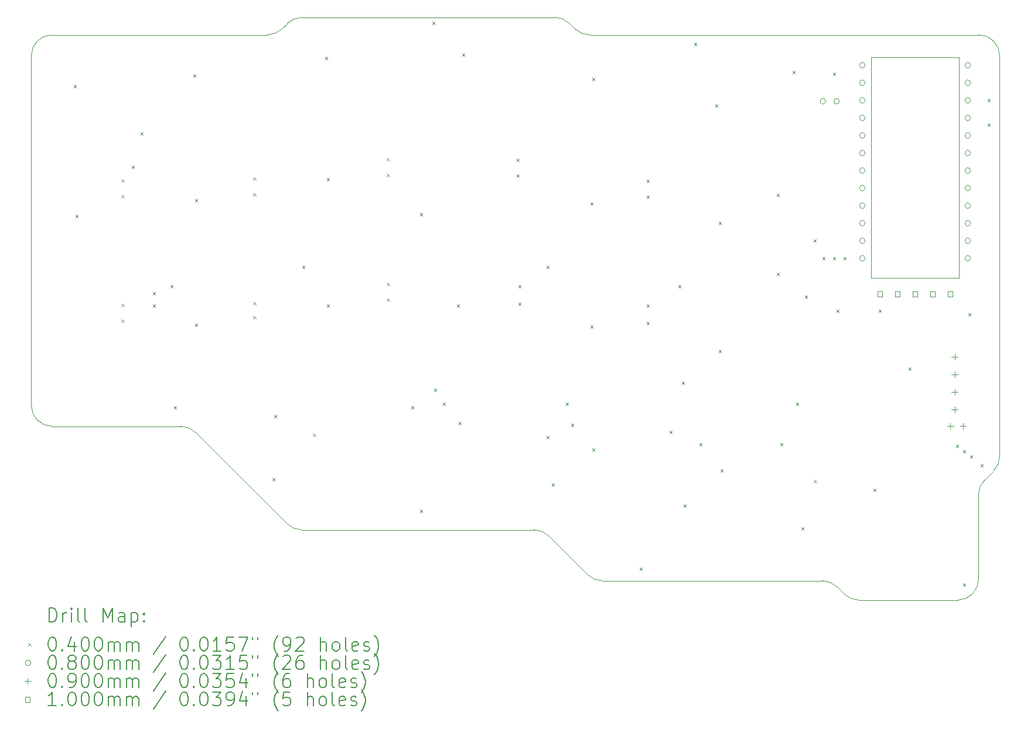
<source format=gbr>
%TF.GenerationSoftware,KiCad,Pcbnew,7.0.5-0*%
%TF.CreationDate,2023-08-03T20:44:42+09:30*%
%TF.ProjectId,Rolio,436f726e-6552-46f6-9c69-6f2e6b696361,rev?*%
%TF.SameCoordinates,Original*%
%TF.FileFunction,Drillmap*%
%TF.FilePolarity,Positive*%
%FSLAX45Y45*%
G04 Gerber Fmt 4.5, Leading zero omitted, Abs format (unit mm)*
G04 Created by KiCad (PCBNEW 7.0.5-0) date 2023-08-03 20:44:42*
%MOMM*%
%LPD*%
G01*
G04 APERTURE LIST*
%ADD10C,0.100000*%
%ADD11C,0.200000*%
%ADD12C,0.040000*%
%ADD13C,0.080000*%
%ADD14C,0.090000*%
G04 APERTURE END LIST*
D10*
X5586640Y-9160800D02*
X7448376Y-9160800D01*
X17035174Y-11587530D02*
G75*
G03*
X17247304Y-11675400I212126J212110D01*
G01*
X8988172Y-3330468D02*
X8909908Y-3408732D01*
X16931510Y-11483866D02*
G75*
G03*
X16719376Y-11396000I-212130J-212134D01*
G01*
X16931508Y-11483868D02*
X17035172Y-11587532D01*
X18677240Y-11675400D02*
G75*
G03*
X18977240Y-11375400I0J300000D01*
G01*
X8697776Y-3496600D02*
X5586640Y-3496600D01*
X12853776Y-3242600D02*
X9200304Y-3242600D01*
X19194170Y-9807466D02*
G75*
G03*
X19282040Y-9595336I-212110J212126D01*
G01*
X5586640Y-3496600D02*
G75*
G03*
X5286640Y-3796600I0J-300000D01*
G01*
X7660510Y-9248666D02*
G75*
G03*
X7448376Y-9160800I-212130J-212134D01*
G01*
X17247304Y-11675400D02*
X18677240Y-11675400D01*
X13144170Y-3408734D02*
G75*
G03*
X13356304Y-3496600I212130J212134D01*
G01*
X18977240Y-11375400D02*
X18977240Y-10148664D01*
X7660508Y-9248668D02*
X8983372Y-10571532D01*
X19282040Y-9595336D02*
X19282040Y-3796600D01*
X18982040Y-3496600D02*
X13356304Y-3496600D01*
X19065108Y-9936532D02*
X19194172Y-9807468D01*
X19282040Y-3796600D02*
G75*
G03*
X18982040Y-3496600I-300000J0D01*
G01*
X13065906Y-3330470D02*
G75*
G03*
X12853776Y-3242600I-212126J-212110D01*
G01*
X13144172Y-3408732D02*
X13065908Y-3330468D01*
X13538904Y-11396000D02*
X16719376Y-11396000D01*
X17424740Y-3824500D02*
X18694740Y-3824500D01*
X18694740Y-7015500D01*
X17424740Y-7015500D01*
X17424740Y-3824500D01*
X13326774Y-11308130D02*
G75*
G03*
X13538904Y-11396000I212126J212110D01*
G01*
X12765910Y-10747266D02*
G75*
G03*
X12553776Y-10659400I-212130J-212134D01*
G01*
X9200304Y-3242602D02*
G75*
G03*
X8988172Y-3330468I6J-300018D01*
G01*
X12765908Y-10747268D02*
X13326772Y-11308132D01*
X8697776Y-3496597D02*
G75*
G03*
X8909908Y-3408732I4J299997D01*
G01*
X5286640Y-8860800D02*
G75*
G03*
X5586640Y-9160800I300000J0D01*
G01*
X19065106Y-9936530D02*
G75*
G03*
X18977240Y-10148664I212134J-212130D01*
G01*
X5286640Y-3796600D02*
X5286640Y-8860800D01*
X9195504Y-10659400D02*
X12553776Y-10659400D01*
X8983374Y-10571530D02*
G75*
G03*
X9195504Y-10659400I212126J212110D01*
G01*
D11*
D12*
X5898200Y-4221800D02*
X5938200Y-4261800D01*
X5938200Y-4221800D02*
X5898200Y-4261800D01*
X5923600Y-6101400D02*
X5963600Y-6141400D01*
X5963600Y-6101400D02*
X5923600Y-6141400D01*
X6587440Y-5584800D02*
X6627440Y-5624800D01*
X6627440Y-5584800D02*
X6587440Y-5624800D01*
X6587440Y-5813400D02*
X6627440Y-5853400D01*
X6627440Y-5813400D02*
X6587440Y-5853400D01*
X6587440Y-7388200D02*
X6627440Y-7428200D01*
X6627440Y-7388200D02*
X6587440Y-7428200D01*
X6587440Y-7616800D02*
X6627440Y-7656800D01*
X6627440Y-7616800D02*
X6587440Y-7656800D01*
X6736400Y-5390200D02*
X6776400Y-5430200D01*
X6776400Y-5390200D02*
X6736400Y-5430200D01*
X6863400Y-4907600D02*
X6903400Y-4947600D01*
X6903400Y-4907600D02*
X6863400Y-4947600D01*
X7041200Y-7219000D02*
X7081200Y-7259000D01*
X7081200Y-7219000D02*
X7041200Y-7259000D01*
X7041200Y-7396800D02*
X7081200Y-7436800D01*
X7081200Y-7396800D02*
X7041200Y-7436800D01*
X7295200Y-7117400D02*
X7335200Y-7157400D01*
X7335200Y-7117400D02*
X7295200Y-7157400D01*
X7346000Y-8870000D02*
X7386000Y-8910000D01*
X7386000Y-8870000D02*
X7346000Y-8910000D01*
X7625400Y-4069400D02*
X7665400Y-4109400D01*
X7665400Y-4069400D02*
X7625400Y-4109400D01*
X7650800Y-5872800D02*
X7690800Y-5912800D01*
X7690800Y-5872800D02*
X7650800Y-5912800D01*
X7650800Y-7676200D02*
X7690800Y-7716200D01*
X7690800Y-7676200D02*
X7650800Y-7716200D01*
X8492440Y-5559400D02*
X8532440Y-5599400D01*
X8532440Y-5559400D02*
X8492440Y-5599400D01*
X8492440Y-5788000D02*
X8532440Y-5828000D01*
X8532440Y-5788000D02*
X8492440Y-5828000D01*
X8492440Y-7362800D02*
X8532440Y-7402800D01*
X8532440Y-7362800D02*
X8492440Y-7402800D01*
X8492440Y-7566000D02*
X8532440Y-7606000D01*
X8532440Y-7566000D02*
X8492440Y-7606000D01*
X8768400Y-9911400D02*
X8808400Y-9951400D01*
X8808400Y-9911400D02*
X8768400Y-9951400D01*
X8793800Y-8997000D02*
X8833800Y-9037000D01*
X8833800Y-8997000D02*
X8793800Y-9037000D01*
X9200200Y-6838000D02*
X9240200Y-6878000D01*
X9240200Y-6838000D02*
X9200200Y-6878000D01*
X9356040Y-9267800D02*
X9396040Y-9307800D01*
X9396040Y-9267800D02*
X9356040Y-9307800D01*
X9530400Y-3815400D02*
X9570400Y-3855400D01*
X9570400Y-3815400D02*
X9530400Y-3855400D01*
X9555800Y-5568000D02*
X9595800Y-5608000D01*
X9595800Y-5568000D02*
X9555800Y-5608000D01*
X9555800Y-7396800D02*
X9595800Y-7436800D01*
X9595800Y-7396800D02*
X9555800Y-7436800D01*
X10422840Y-5280000D02*
X10462840Y-5320000D01*
X10462840Y-5280000D02*
X10422840Y-5320000D01*
X10422840Y-5508600D02*
X10462840Y-5548600D01*
X10462840Y-5508600D02*
X10422840Y-5548600D01*
X10422840Y-7083400D02*
X10462840Y-7123400D01*
X10462840Y-7083400D02*
X10422840Y-7123400D01*
X10422840Y-7312000D02*
X10462840Y-7352000D01*
X10462840Y-7312000D02*
X10422840Y-7352000D01*
X10775000Y-8870000D02*
X10815000Y-8910000D01*
X10815000Y-8870000D02*
X10775000Y-8910000D01*
X10902000Y-6076000D02*
X10942000Y-6116000D01*
X10942000Y-6076000D02*
X10902000Y-6116000D01*
X10902000Y-10368600D02*
X10942000Y-10408600D01*
X10942000Y-10368600D02*
X10902000Y-10408600D01*
X11079800Y-3307400D02*
X11119800Y-3347400D01*
X11119800Y-3307400D02*
X11079800Y-3347400D01*
X11105200Y-8616000D02*
X11145200Y-8656000D01*
X11145200Y-8616000D02*
X11105200Y-8656000D01*
X11232200Y-8819200D02*
X11272200Y-8859200D01*
X11272200Y-8819200D02*
X11232200Y-8859200D01*
X11435400Y-7396800D02*
X11475400Y-7436800D01*
X11475400Y-7396800D02*
X11435400Y-7436800D01*
X11460800Y-9098600D02*
X11500800Y-9138600D01*
X11500800Y-9098600D02*
X11460800Y-9138600D01*
X11511600Y-3764600D02*
X11551600Y-3804600D01*
X11551600Y-3764600D02*
X11511600Y-3804600D01*
X12299000Y-5288600D02*
X12339000Y-5328600D01*
X12339000Y-5288600D02*
X12299000Y-5328600D01*
X12299000Y-5517200D02*
X12339000Y-5557200D01*
X12339000Y-5517200D02*
X12299000Y-5557200D01*
X12324400Y-7117400D02*
X12364400Y-7157400D01*
X12364400Y-7117400D02*
X12324400Y-7157400D01*
X12324400Y-7371400D02*
X12364400Y-7411400D01*
X12364400Y-7371400D02*
X12324400Y-7411400D01*
X12730800Y-6838000D02*
X12770800Y-6878000D01*
X12770800Y-6838000D02*
X12730800Y-6878000D01*
X12730800Y-9301800D02*
X12770800Y-9341800D01*
X12770800Y-9301800D02*
X12730800Y-9341800D01*
X12807000Y-9987600D02*
X12847000Y-10027600D01*
X12847000Y-9987600D02*
X12807000Y-10027600D01*
X13010200Y-8819200D02*
X13050200Y-8859200D01*
X13050200Y-8819200D02*
X13010200Y-8859200D01*
X13086400Y-9124000D02*
X13126400Y-9164000D01*
X13126400Y-9124000D02*
X13086400Y-9164000D01*
X13365800Y-5923600D02*
X13405800Y-5963600D01*
X13405800Y-5923600D02*
X13365800Y-5963600D01*
X13365800Y-7701600D02*
X13405800Y-7741600D01*
X13405800Y-7701600D02*
X13365800Y-7741600D01*
X13391200Y-4120200D02*
X13431200Y-4160200D01*
X13431200Y-4120200D02*
X13391200Y-4160200D01*
X13391200Y-9479600D02*
X13431200Y-9519600D01*
X13431200Y-9479600D02*
X13391200Y-9519600D01*
X14077000Y-11206800D02*
X14117000Y-11246800D01*
X14117000Y-11206800D02*
X14077000Y-11246800D01*
X14178600Y-5593400D02*
X14218600Y-5633400D01*
X14218600Y-5593400D02*
X14178600Y-5633400D01*
X14178600Y-5822000D02*
X14218600Y-5862000D01*
X14218600Y-5822000D02*
X14178600Y-5862000D01*
X14178600Y-7396800D02*
X14218600Y-7436800D01*
X14218600Y-7396800D02*
X14178600Y-7436800D01*
X14178600Y-7650800D02*
X14218600Y-7690800D01*
X14218600Y-7650800D02*
X14178600Y-7690800D01*
X14508800Y-9225600D02*
X14548800Y-9265600D01*
X14548800Y-9225600D02*
X14508800Y-9265600D01*
X14635800Y-7117400D02*
X14675800Y-7157400D01*
X14675800Y-7117400D02*
X14635800Y-7157400D01*
X14686600Y-8514400D02*
X14726600Y-8554400D01*
X14726600Y-8514400D02*
X14686600Y-8554400D01*
X14712000Y-10292400D02*
X14752000Y-10332400D01*
X14752000Y-10292400D02*
X14712000Y-10332400D01*
X14864400Y-3612200D02*
X14904400Y-3652200D01*
X14904400Y-3612200D02*
X14864400Y-3652200D01*
X14940600Y-9403400D02*
X14980600Y-9443400D01*
X14980600Y-9403400D02*
X14940600Y-9443400D01*
X15169200Y-4501200D02*
X15209200Y-4541200D01*
X15209200Y-4501200D02*
X15169200Y-4541200D01*
X15220000Y-6203000D02*
X15260000Y-6243000D01*
X15260000Y-6203000D02*
X15220000Y-6243000D01*
X15220000Y-8057200D02*
X15260000Y-8097200D01*
X15260000Y-8057200D02*
X15220000Y-8097200D01*
X15245400Y-9784400D02*
X15285400Y-9824400D01*
X15285400Y-9784400D02*
X15245400Y-9824400D01*
X16058200Y-5796600D02*
X16098200Y-5836600D01*
X16098200Y-5796600D02*
X16058200Y-5836600D01*
X16058200Y-6939600D02*
X16098200Y-6979600D01*
X16098200Y-6939600D02*
X16058200Y-6979600D01*
X16109000Y-9403400D02*
X16149000Y-9443400D01*
X16149000Y-9403400D02*
X16109000Y-9443400D01*
X16286800Y-4018600D02*
X16326800Y-4058600D01*
X16326800Y-4018600D02*
X16286800Y-4058600D01*
X16337600Y-8819200D02*
X16377600Y-8859200D01*
X16377600Y-8819200D02*
X16337600Y-8859200D01*
X16413800Y-10622600D02*
X16453800Y-10662600D01*
X16453800Y-10622600D02*
X16413800Y-10662600D01*
X16464600Y-7269800D02*
X16504600Y-7309800D01*
X16504600Y-7269800D02*
X16464600Y-7309800D01*
X16591600Y-6457000D02*
X16631600Y-6497000D01*
X16631600Y-6457000D02*
X16591600Y-6497000D01*
X16595040Y-9936800D02*
X16635040Y-9976800D01*
X16635040Y-9936800D02*
X16595040Y-9976800D01*
X16718600Y-6711000D02*
X16758600Y-6751000D01*
X16758600Y-6711000D02*
X16718600Y-6751000D01*
X16871000Y-4044000D02*
X16911000Y-4084000D01*
X16911000Y-4044000D02*
X16871000Y-4084000D01*
X16871000Y-6711000D02*
X16911000Y-6751000D01*
X16911000Y-6711000D02*
X16871000Y-6751000D01*
X16921800Y-7473000D02*
X16961800Y-7513000D01*
X16961800Y-7473000D02*
X16921800Y-7513000D01*
X17023400Y-6711000D02*
X17063400Y-6751000D01*
X17063400Y-6711000D02*
X17023400Y-6751000D01*
X17455200Y-10063800D02*
X17495200Y-10103800D01*
X17495200Y-10063800D02*
X17455200Y-10103800D01*
X17531400Y-7473000D02*
X17571400Y-7513000D01*
X17571400Y-7473000D02*
X17531400Y-7513000D01*
X17963200Y-8311200D02*
X18003200Y-8351200D01*
X18003200Y-8311200D02*
X17963200Y-8351200D01*
X18649000Y-9428800D02*
X18689000Y-9468800D01*
X18689000Y-9428800D02*
X18649000Y-9468800D01*
X18750600Y-9505000D02*
X18790600Y-9545000D01*
X18790600Y-9505000D02*
X18750600Y-9545000D01*
X18750600Y-11435400D02*
X18790600Y-11475400D01*
X18790600Y-11435400D02*
X18750600Y-11475400D01*
X18826800Y-7523800D02*
X18866800Y-7563800D01*
X18866800Y-7523800D02*
X18826800Y-7563800D01*
X18852200Y-9581200D02*
X18892200Y-9621200D01*
X18892200Y-9581200D02*
X18852200Y-9621200D01*
X19004600Y-9708200D02*
X19044600Y-9748200D01*
X19044600Y-9708200D02*
X19004600Y-9748200D01*
X19106200Y-4425000D02*
X19146200Y-4465000D01*
X19146200Y-4425000D02*
X19106200Y-4465000D01*
X19106200Y-4780600D02*
X19146200Y-4820600D01*
X19146200Y-4780600D02*
X19106200Y-4820600D01*
D13*
X16766800Y-4457000D02*
G75*
G03*
X16766800Y-4457000I-40000J0D01*
G01*
X16966800Y-4457000D02*
G75*
G03*
X16966800Y-4457000I-40000J0D01*
G01*
X17337240Y-3936000D02*
G75*
G03*
X17337240Y-3936000I-40000J0D01*
G01*
X17337240Y-4190000D02*
G75*
G03*
X17337240Y-4190000I-40000J0D01*
G01*
X17337240Y-4444000D02*
G75*
G03*
X17337240Y-4444000I-40000J0D01*
G01*
X17337240Y-4698000D02*
G75*
G03*
X17337240Y-4698000I-40000J0D01*
G01*
X17337240Y-4952000D02*
G75*
G03*
X17337240Y-4952000I-40000J0D01*
G01*
X17337240Y-5206000D02*
G75*
G03*
X17337240Y-5206000I-40000J0D01*
G01*
X17337240Y-5460000D02*
G75*
G03*
X17337240Y-5460000I-40000J0D01*
G01*
X17337240Y-5714000D02*
G75*
G03*
X17337240Y-5714000I-40000J0D01*
G01*
X17337240Y-5968000D02*
G75*
G03*
X17337240Y-5968000I-40000J0D01*
G01*
X17337240Y-6222000D02*
G75*
G03*
X17337240Y-6222000I-40000J0D01*
G01*
X17337240Y-6476000D02*
G75*
G03*
X17337240Y-6476000I-40000J0D01*
G01*
X17337240Y-6730000D02*
G75*
G03*
X17337240Y-6730000I-40000J0D01*
G01*
X18861240Y-3936000D02*
G75*
G03*
X18861240Y-3936000I-40000J0D01*
G01*
X18861240Y-4190000D02*
G75*
G03*
X18861240Y-4190000I-40000J0D01*
G01*
X18861240Y-4444000D02*
G75*
G03*
X18861240Y-4444000I-40000J0D01*
G01*
X18861240Y-4698000D02*
G75*
G03*
X18861240Y-4698000I-40000J0D01*
G01*
X18861240Y-4952000D02*
G75*
G03*
X18861240Y-4952000I-40000J0D01*
G01*
X18861240Y-5206000D02*
G75*
G03*
X18861240Y-5206000I-40000J0D01*
G01*
X18861240Y-5460000D02*
G75*
G03*
X18861240Y-5460000I-40000J0D01*
G01*
X18861240Y-5714000D02*
G75*
G03*
X18861240Y-5714000I-40000J0D01*
G01*
X18861240Y-5968000D02*
G75*
G03*
X18861240Y-5968000I-40000J0D01*
G01*
X18861240Y-6222000D02*
G75*
G03*
X18861240Y-6222000I-40000J0D01*
G01*
X18861240Y-6476000D02*
G75*
G03*
X18861240Y-6476000I-40000J0D01*
G01*
X18861240Y-6730000D02*
G75*
G03*
X18861240Y-6730000I-40000J0D01*
G01*
D14*
X18569740Y-9112000D02*
X18569740Y-9202000D01*
X18524740Y-9157000D02*
X18614740Y-9157000D01*
X18632240Y-8111000D02*
X18632240Y-8201000D01*
X18587240Y-8156000D02*
X18677240Y-8156000D01*
X18632240Y-8365000D02*
X18632240Y-8455000D01*
X18587240Y-8410000D02*
X18677240Y-8410000D01*
X18632240Y-8619000D02*
X18632240Y-8709000D01*
X18587240Y-8664000D02*
X18677240Y-8664000D01*
X18632240Y-8873000D02*
X18632240Y-8963000D01*
X18587240Y-8918000D02*
X18677240Y-8918000D01*
X18754740Y-9112000D02*
X18754740Y-9202000D01*
X18709740Y-9157000D02*
X18799740Y-9157000D01*
D10*
X17586596Y-7282356D02*
X17586596Y-7211644D01*
X17515884Y-7211644D01*
X17515884Y-7282356D01*
X17586596Y-7282356D01*
X17840596Y-7282356D02*
X17840596Y-7211644D01*
X17769884Y-7211644D01*
X17769884Y-7282356D01*
X17840596Y-7282356D01*
X18094596Y-7282356D02*
X18094596Y-7211644D01*
X18023884Y-7211644D01*
X18023884Y-7282356D01*
X18094596Y-7282356D01*
X18348596Y-7282356D02*
X18348596Y-7211644D01*
X18277884Y-7211644D01*
X18277884Y-7282356D01*
X18348596Y-7282356D01*
X18602596Y-7282356D02*
X18602596Y-7211644D01*
X18531884Y-7211644D01*
X18531884Y-7282356D01*
X18602596Y-7282356D01*
D11*
X5542417Y-11991884D02*
X5542417Y-11791884D01*
X5542417Y-11791884D02*
X5590036Y-11791884D01*
X5590036Y-11791884D02*
X5618607Y-11801408D01*
X5618607Y-11801408D02*
X5637655Y-11820455D01*
X5637655Y-11820455D02*
X5647179Y-11839503D01*
X5647179Y-11839503D02*
X5656702Y-11877598D01*
X5656702Y-11877598D02*
X5656702Y-11906169D01*
X5656702Y-11906169D02*
X5647179Y-11944265D01*
X5647179Y-11944265D02*
X5637655Y-11963312D01*
X5637655Y-11963312D02*
X5618607Y-11982360D01*
X5618607Y-11982360D02*
X5590036Y-11991884D01*
X5590036Y-11991884D02*
X5542417Y-11991884D01*
X5742417Y-11991884D02*
X5742417Y-11858550D01*
X5742417Y-11896646D02*
X5751941Y-11877598D01*
X5751941Y-11877598D02*
X5761464Y-11868074D01*
X5761464Y-11868074D02*
X5780512Y-11858550D01*
X5780512Y-11858550D02*
X5799560Y-11858550D01*
X5866226Y-11991884D02*
X5866226Y-11858550D01*
X5866226Y-11791884D02*
X5856702Y-11801408D01*
X5856702Y-11801408D02*
X5866226Y-11810931D01*
X5866226Y-11810931D02*
X5875750Y-11801408D01*
X5875750Y-11801408D02*
X5866226Y-11791884D01*
X5866226Y-11791884D02*
X5866226Y-11810931D01*
X5990036Y-11991884D02*
X5970988Y-11982360D01*
X5970988Y-11982360D02*
X5961464Y-11963312D01*
X5961464Y-11963312D02*
X5961464Y-11791884D01*
X6094798Y-11991884D02*
X6075750Y-11982360D01*
X6075750Y-11982360D02*
X6066226Y-11963312D01*
X6066226Y-11963312D02*
X6066226Y-11791884D01*
X6323369Y-11991884D02*
X6323369Y-11791884D01*
X6323369Y-11791884D02*
X6390036Y-11934741D01*
X6390036Y-11934741D02*
X6456702Y-11791884D01*
X6456702Y-11791884D02*
X6456702Y-11991884D01*
X6637655Y-11991884D02*
X6637655Y-11887122D01*
X6637655Y-11887122D02*
X6628131Y-11868074D01*
X6628131Y-11868074D02*
X6609083Y-11858550D01*
X6609083Y-11858550D02*
X6570988Y-11858550D01*
X6570988Y-11858550D02*
X6551941Y-11868074D01*
X6637655Y-11982360D02*
X6618607Y-11991884D01*
X6618607Y-11991884D02*
X6570988Y-11991884D01*
X6570988Y-11991884D02*
X6551941Y-11982360D01*
X6551941Y-11982360D02*
X6542417Y-11963312D01*
X6542417Y-11963312D02*
X6542417Y-11944265D01*
X6542417Y-11944265D02*
X6551941Y-11925217D01*
X6551941Y-11925217D02*
X6570988Y-11915693D01*
X6570988Y-11915693D02*
X6618607Y-11915693D01*
X6618607Y-11915693D02*
X6637655Y-11906169D01*
X6732893Y-11858550D02*
X6732893Y-12058550D01*
X6732893Y-11868074D02*
X6751941Y-11858550D01*
X6751941Y-11858550D02*
X6790036Y-11858550D01*
X6790036Y-11858550D02*
X6809083Y-11868074D01*
X6809083Y-11868074D02*
X6818607Y-11877598D01*
X6818607Y-11877598D02*
X6828131Y-11896646D01*
X6828131Y-11896646D02*
X6828131Y-11953788D01*
X6828131Y-11953788D02*
X6818607Y-11972836D01*
X6818607Y-11972836D02*
X6809083Y-11982360D01*
X6809083Y-11982360D02*
X6790036Y-11991884D01*
X6790036Y-11991884D02*
X6751941Y-11991884D01*
X6751941Y-11991884D02*
X6732893Y-11982360D01*
X6913845Y-11972836D02*
X6923369Y-11982360D01*
X6923369Y-11982360D02*
X6913845Y-11991884D01*
X6913845Y-11991884D02*
X6904322Y-11982360D01*
X6904322Y-11982360D02*
X6913845Y-11972836D01*
X6913845Y-11972836D02*
X6913845Y-11991884D01*
X6913845Y-11868074D02*
X6923369Y-11877598D01*
X6923369Y-11877598D02*
X6913845Y-11887122D01*
X6913845Y-11887122D02*
X6904322Y-11877598D01*
X6904322Y-11877598D02*
X6913845Y-11868074D01*
X6913845Y-11868074D02*
X6913845Y-11887122D01*
D12*
X5241640Y-12300400D02*
X5281640Y-12340400D01*
X5281640Y-12300400D02*
X5241640Y-12340400D01*
D11*
X5580512Y-12211884D02*
X5599560Y-12211884D01*
X5599560Y-12211884D02*
X5618607Y-12221408D01*
X5618607Y-12221408D02*
X5628131Y-12230931D01*
X5628131Y-12230931D02*
X5637655Y-12249979D01*
X5637655Y-12249979D02*
X5647179Y-12288074D01*
X5647179Y-12288074D02*
X5647179Y-12335693D01*
X5647179Y-12335693D02*
X5637655Y-12373788D01*
X5637655Y-12373788D02*
X5628131Y-12392836D01*
X5628131Y-12392836D02*
X5618607Y-12402360D01*
X5618607Y-12402360D02*
X5599560Y-12411884D01*
X5599560Y-12411884D02*
X5580512Y-12411884D01*
X5580512Y-12411884D02*
X5561464Y-12402360D01*
X5561464Y-12402360D02*
X5551941Y-12392836D01*
X5551941Y-12392836D02*
X5542417Y-12373788D01*
X5542417Y-12373788D02*
X5532893Y-12335693D01*
X5532893Y-12335693D02*
X5532893Y-12288074D01*
X5532893Y-12288074D02*
X5542417Y-12249979D01*
X5542417Y-12249979D02*
X5551941Y-12230931D01*
X5551941Y-12230931D02*
X5561464Y-12221408D01*
X5561464Y-12221408D02*
X5580512Y-12211884D01*
X5732893Y-12392836D02*
X5742417Y-12402360D01*
X5742417Y-12402360D02*
X5732893Y-12411884D01*
X5732893Y-12411884D02*
X5723369Y-12402360D01*
X5723369Y-12402360D02*
X5732893Y-12392836D01*
X5732893Y-12392836D02*
X5732893Y-12411884D01*
X5913845Y-12278550D02*
X5913845Y-12411884D01*
X5866226Y-12202360D02*
X5818607Y-12345217D01*
X5818607Y-12345217D02*
X5942417Y-12345217D01*
X6056702Y-12211884D02*
X6075750Y-12211884D01*
X6075750Y-12211884D02*
X6094798Y-12221408D01*
X6094798Y-12221408D02*
X6104322Y-12230931D01*
X6104322Y-12230931D02*
X6113845Y-12249979D01*
X6113845Y-12249979D02*
X6123369Y-12288074D01*
X6123369Y-12288074D02*
X6123369Y-12335693D01*
X6123369Y-12335693D02*
X6113845Y-12373788D01*
X6113845Y-12373788D02*
X6104322Y-12392836D01*
X6104322Y-12392836D02*
X6094798Y-12402360D01*
X6094798Y-12402360D02*
X6075750Y-12411884D01*
X6075750Y-12411884D02*
X6056702Y-12411884D01*
X6056702Y-12411884D02*
X6037655Y-12402360D01*
X6037655Y-12402360D02*
X6028131Y-12392836D01*
X6028131Y-12392836D02*
X6018607Y-12373788D01*
X6018607Y-12373788D02*
X6009083Y-12335693D01*
X6009083Y-12335693D02*
X6009083Y-12288074D01*
X6009083Y-12288074D02*
X6018607Y-12249979D01*
X6018607Y-12249979D02*
X6028131Y-12230931D01*
X6028131Y-12230931D02*
X6037655Y-12221408D01*
X6037655Y-12221408D02*
X6056702Y-12211884D01*
X6247179Y-12211884D02*
X6266226Y-12211884D01*
X6266226Y-12211884D02*
X6285274Y-12221408D01*
X6285274Y-12221408D02*
X6294798Y-12230931D01*
X6294798Y-12230931D02*
X6304322Y-12249979D01*
X6304322Y-12249979D02*
X6313845Y-12288074D01*
X6313845Y-12288074D02*
X6313845Y-12335693D01*
X6313845Y-12335693D02*
X6304322Y-12373788D01*
X6304322Y-12373788D02*
X6294798Y-12392836D01*
X6294798Y-12392836D02*
X6285274Y-12402360D01*
X6285274Y-12402360D02*
X6266226Y-12411884D01*
X6266226Y-12411884D02*
X6247179Y-12411884D01*
X6247179Y-12411884D02*
X6228131Y-12402360D01*
X6228131Y-12402360D02*
X6218607Y-12392836D01*
X6218607Y-12392836D02*
X6209083Y-12373788D01*
X6209083Y-12373788D02*
X6199560Y-12335693D01*
X6199560Y-12335693D02*
X6199560Y-12288074D01*
X6199560Y-12288074D02*
X6209083Y-12249979D01*
X6209083Y-12249979D02*
X6218607Y-12230931D01*
X6218607Y-12230931D02*
X6228131Y-12221408D01*
X6228131Y-12221408D02*
X6247179Y-12211884D01*
X6399560Y-12411884D02*
X6399560Y-12278550D01*
X6399560Y-12297598D02*
X6409083Y-12288074D01*
X6409083Y-12288074D02*
X6428131Y-12278550D01*
X6428131Y-12278550D02*
X6456703Y-12278550D01*
X6456703Y-12278550D02*
X6475750Y-12288074D01*
X6475750Y-12288074D02*
X6485274Y-12307122D01*
X6485274Y-12307122D02*
X6485274Y-12411884D01*
X6485274Y-12307122D02*
X6494798Y-12288074D01*
X6494798Y-12288074D02*
X6513845Y-12278550D01*
X6513845Y-12278550D02*
X6542417Y-12278550D01*
X6542417Y-12278550D02*
X6561464Y-12288074D01*
X6561464Y-12288074D02*
X6570988Y-12307122D01*
X6570988Y-12307122D02*
X6570988Y-12411884D01*
X6666226Y-12411884D02*
X6666226Y-12278550D01*
X6666226Y-12297598D02*
X6675750Y-12288074D01*
X6675750Y-12288074D02*
X6694798Y-12278550D01*
X6694798Y-12278550D02*
X6723369Y-12278550D01*
X6723369Y-12278550D02*
X6742417Y-12288074D01*
X6742417Y-12288074D02*
X6751941Y-12307122D01*
X6751941Y-12307122D02*
X6751941Y-12411884D01*
X6751941Y-12307122D02*
X6761464Y-12288074D01*
X6761464Y-12288074D02*
X6780512Y-12278550D01*
X6780512Y-12278550D02*
X6809083Y-12278550D01*
X6809083Y-12278550D02*
X6828131Y-12288074D01*
X6828131Y-12288074D02*
X6837655Y-12307122D01*
X6837655Y-12307122D02*
X6837655Y-12411884D01*
X7228131Y-12202360D02*
X7056703Y-12459503D01*
X7485274Y-12211884D02*
X7504322Y-12211884D01*
X7504322Y-12211884D02*
X7523369Y-12221408D01*
X7523369Y-12221408D02*
X7532893Y-12230931D01*
X7532893Y-12230931D02*
X7542417Y-12249979D01*
X7542417Y-12249979D02*
X7551941Y-12288074D01*
X7551941Y-12288074D02*
X7551941Y-12335693D01*
X7551941Y-12335693D02*
X7542417Y-12373788D01*
X7542417Y-12373788D02*
X7532893Y-12392836D01*
X7532893Y-12392836D02*
X7523369Y-12402360D01*
X7523369Y-12402360D02*
X7504322Y-12411884D01*
X7504322Y-12411884D02*
X7485274Y-12411884D01*
X7485274Y-12411884D02*
X7466226Y-12402360D01*
X7466226Y-12402360D02*
X7456703Y-12392836D01*
X7456703Y-12392836D02*
X7447179Y-12373788D01*
X7447179Y-12373788D02*
X7437655Y-12335693D01*
X7437655Y-12335693D02*
X7437655Y-12288074D01*
X7437655Y-12288074D02*
X7447179Y-12249979D01*
X7447179Y-12249979D02*
X7456703Y-12230931D01*
X7456703Y-12230931D02*
X7466226Y-12221408D01*
X7466226Y-12221408D02*
X7485274Y-12211884D01*
X7637655Y-12392836D02*
X7647179Y-12402360D01*
X7647179Y-12402360D02*
X7637655Y-12411884D01*
X7637655Y-12411884D02*
X7628131Y-12402360D01*
X7628131Y-12402360D02*
X7637655Y-12392836D01*
X7637655Y-12392836D02*
X7637655Y-12411884D01*
X7770988Y-12211884D02*
X7790036Y-12211884D01*
X7790036Y-12211884D02*
X7809084Y-12221408D01*
X7809084Y-12221408D02*
X7818607Y-12230931D01*
X7818607Y-12230931D02*
X7828131Y-12249979D01*
X7828131Y-12249979D02*
X7837655Y-12288074D01*
X7837655Y-12288074D02*
X7837655Y-12335693D01*
X7837655Y-12335693D02*
X7828131Y-12373788D01*
X7828131Y-12373788D02*
X7818607Y-12392836D01*
X7818607Y-12392836D02*
X7809084Y-12402360D01*
X7809084Y-12402360D02*
X7790036Y-12411884D01*
X7790036Y-12411884D02*
X7770988Y-12411884D01*
X7770988Y-12411884D02*
X7751941Y-12402360D01*
X7751941Y-12402360D02*
X7742417Y-12392836D01*
X7742417Y-12392836D02*
X7732893Y-12373788D01*
X7732893Y-12373788D02*
X7723369Y-12335693D01*
X7723369Y-12335693D02*
X7723369Y-12288074D01*
X7723369Y-12288074D02*
X7732893Y-12249979D01*
X7732893Y-12249979D02*
X7742417Y-12230931D01*
X7742417Y-12230931D02*
X7751941Y-12221408D01*
X7751941Y-12221408D02*
X7770988Y-12211884D01*
X8028131Y-12411884D02*
X7913846Y-12411884D01*
X7970988Y-12411884D02*
X7970988Y-12211884D01*
X7970988Y-12211884D02*
X7951941Y-12240455D01*
X7951941Y-12240455D02*
X7932893Y-12259503D01*
X7932893Y-12259503D02*
X7913846Y-12269027D01*
X8209084Y-12211884D02*
X8113846Y-12211884D01*
X8113846Y-12211884D02*
X8104322Y-12307122D01*
X8104322Y-12307122D02*
X8113846Y-12297598D01*
X8113846Y-12297598D02*
X8132893Y-12288074D01*
X8132893Y-12288074D02*
X8180512Y-12288074D01*
X8180512Y-12288074D02*
X8199560Y-12297598D01*
X8199560Y-12297598D02*
X8209084Y-12307122D01*
X8209084Y-12307122D02*
X8218607Y-12326169D01*
X8218607Y-12326169D02*
X8218607Y-12373788D01*
X8218607Y-12373788D02*
X8209084Y-12392836D01*
X8209084Y-12392836D02*
X8199560Y-12402360D01*
X8199560Y-12402360D02*
X8180512Y-12411884D01*
X8180512Y-12411884D02*
X8132893Y-12411884D01*
X8132893Y-12411884D02*
X8113846Y-12402360D01*
X8113846Y-12402360D02*
X8104322Y-12392836D01*
X8285274Y-12211884D02*
X8418608Y-12211884D01*
X8418608Y-12211884D02*
X8332893Y-12411884D01*
X8485274Y-12211884D02*
X8485274Y-12249979D01*
X8561465Y-12211884D02*
X8561465Y-12249979D01*
X8856703Y-12488074D02*
X8847179Y-12478550D01*
X8847179Y-12478550D02*
X8828131Y-12449979D01*
X8828131Y-12449979D02*
X8818608Y-12430931D01*
X8818608Y-12430931D02*
X8809084Y-12402360D01*
X8809084Y-12402360D02*
X8799560Y-12354741D01*
X8799560Y-12354741D02*
X8799560Y-12316646D01*
X8799560Y-12316646D02*
X8809084Y-12269027D01*
X8809084Y-12269027D02*
X8818608Y-12240455D01*
X8818608Y-12240455D02*
X8828131Y-12221408D01*
X8828131Y-12221408D02*
X8847179Y-12192836D01*
X8847179Y-12192836D02*
X8856703Y-12183312D01*
X8942417Y-12411884D02*
X8980512Y-12411884D01*
X8980512Y-12411884D02*
X8999560Y-12402360D01*
X8999560Y-12402360D02*
X9009084Y-12392836D01*
X9009084Y-12392836D02*
X9028131Y-12364265D01*
X9028131Y-12364265D02*
X9037655Y-12326169D01*
X9037655Y-12326169D02*
X9037655Y-12249979D01*
X9037655Y-12249979D02*
X9028131Y-12230931D01*
X9028131Y-12230931D02*
X9018608Y-12221408D01*
X9018608Y-12221408D02*
X8999560Y-12211884D01*
X8999560Y-12211884D02*
X8961465Y-12211884D01*
X8961465Y-12211884D02*
X8942417Y-12221408D01*
X8942417Y-12221408D02*
X8932893Y-12230931D01*
X8932893Y-12230931D02*
X8923370Y-12249979D01*
X8923370Y-12249979D02*
X8923370Y-12297598D01*
X8923370Y-12297598D02*
X8932893Y-12316646D01*
X8932893Y-12316646D02*
X8942417Y-12326169D01*
X8942417Y-12326169D02*
X8961465Y-12335693D01*
X8961465Y-12335693D02*
X8999560Y-12335693D01*
X8999560Y-12335693D02*
X9018608Y-12326169D01*
X9018608Y-12326169D02*
X9028131Y-12316646D01*
X9028131Y-12316646D02*
X9037655Y-12297598D01*
X9113846Y-12230931D02*
X9123370Y-12221408D01*
X9123370Y-12221408D02*
X9142417Y-12211884D01*
X9142417Y-12211884D02*
X9190036Y-12211884D01*
X9190036Y-12211884D02*
X9209084Y-12221408D01*
X9209084Y-12221408D02*
X9218608Y-12230931D01*
X9218608Y-12230931D02*
X9228131Y-12249979D01*
X9228131Y-12249979D02*
X9228131Y-12269027D01*
X9228131Y-12269027D02*
X9218608Y-12297598D01*
X9218608Y-12297598D02*
X9104322Y-12411884D01*
X9104322Y-12411884D02*
X9228131Y-12411884D01*
X9466227Y-12411884D02*
X9466227Y-12211884D01*
X9551941Y-12411884D02*
X9551941Y-12307122D01*
X9551941Y-12307122D02*
X9542417Y-12288074D01*
X9542417Y-12288074D02*
X9523370Y-12278550D01*
X9523370Y-12278550D02*
X9494798Y-12278550D01*
X9494798Y-12278550D02*
X9475751Y-12288074D01*
X9475751Y-12288074D02*
X9466227Y-12297598D01*
X9675751Y-12411884D02*
X9656703Y-12402360D01*
X9656703Y-12402360D02*
X9647179Y-12392836D01*
X9647179Y-12392836D02*
X9637655Y-12373788D01*
X9637655Y-12373788D02*
X9637655Y-12316646D01*
X9637655Y-12316646D02*
X9647179Y-12297598D01*
X9647179Y-12297598D02*
X9656703Y-12288074D01*
X9656703Y-12288074D02*
X9675751Y-12278550D01*
X9675751Y-12278550D02*
X9704322Y-12278550D01*
X9704322Y-12278550D02*
X9723370Y-12288074D01*
X9723370Y-12288074D02*
X9732893Y-12297598D01*
X9732893Y-12297598D02*
X9742417Y-12316646D01*
X9742417Y-12316646D02*
X9742417Y-12373788D01*
X9742417Y-12373788D02*
X9732893Y-12392836D01*
X9732893Y-12392836D02*
X9723370Y-12402360D01*
X9723370Y-12402360D02*
X9704322Y-12411884D01*
X9704322Y-12411884D02*
X9675751Y-12411884D01*
X9856703Y-12411884D02*
X9837655Y-12402360D01*
X9837655Y-12402360D02*
X9828132Y-12383312D01*
X9828132Y-12383312D02*
X9828132Y-12211884D01*
X10009084Y-12402360D02*
X9990036Y-12411884D01*
X9990036Y-12411884D02*
X9951941Y-12411884D01*
X9951941Y-12411884D02*
X9932893Y-12402360D01*
X9932893Y-12402360D02*
X9923370Y-12383312D01*
X9923370Y-12383312D02*
X9923370Y-12307122D01*
X9923370Y-12307122D02*
X9932893Y-12288074D01*
X9932893Y-12288074D02*
X9951941Y-12278550D01*
X9951941Y-12278550D02*
X9990036Y-12278550D01*
X9990036Y-12278550D02*
X10009084Y-12288074D01*
X10009084Y-12288074D02*
X10018608Y-12307122D01*
X10018608Y-12307122D02*
X10018608Y-12326169D01*
X10018608Y-12326169D02*
X9923370Y-12345217D01*
X10094798Y-12402360D02*
X10113846Y-12411884D01*
X10113846Y-12411884D02*
X10151941Y-12411884D01*
X10151941Y-12411884D02*
X10170989Y-12402360D01*
X10170989Y-12402360D02*
X10180513Y-12383312D01*
X10180513Y-12383312D02*
X10180513Y-12373788D01*
X10180513Y-12373788D02*
X10170989Y-12354741D01*
X10170989Y-12354741D02*
X10151941Y-12345217D01*
X10151941Y-12345217D02*
X10123370Y-12345217D01*
X10123370Y-12345217D02*
X10104322Y-12335693D01*
X10104322Y-12335693D02*
X10094798Y-12316646D01*
X10094798Y-12316646D02*
X10094798Y-12307122D01*
X10094798Y-12307122D02*
X10104322Y-12288074D01*
X10104322Y-12288074D02*
X10123370Y-12278550D01*
X10123370Y-12278550D02*
X10151941Y-12278550D01*
X10151941Y-12278550D02*
X10170989Y-12288074D01*
X10247179Y-12488074D02*
X10256703Y-12478550D01*
X10256703Y-12478550D02*
X10275751Y-12449979D01*
X10275751Y-12449979D02*
X10285274Y-12430931D01*
X10285274Y-12430931D02*
X10294798Y-12402360D01*
X10294798Y-12402360D02*
X10304322Y-12354741D01*
X10304322Y-12354741D02*
X10304322Y-12316646D01*
X10304322Y-12316646D02*
X10294798Y-12269027D01*
X10294798Y-12269027D02*
X10285274Y-12240455D01*
X10285274Y-12240455D02*
X10275751Y-12221408D01*
X10275751Y-12221408D02*
X10256703Y-12192836D01*
X10256703Y-12192836D02*
X10247179Y-12183312D01*
D13*
X5281640Y-12584400D02*
G75*
G03*
X5281640Y-12584400I-40000J0D01*
G01*
D11*
X5580512Y-12475884D02*
X5599560Y-12475884D01*
X5599560Y-12475884D02*
X5618607Y-12485408D01*
X5618607Y-12485408D02*
X5628131Y-12494931D01*
X5628131Y-12494931D02*
X5637655Y-12513979D01*
X5637655Y-12513979D02*
X5647179Y-12552074D01*
X5647179Y-12552074D02*
X5647179Y-12599693D01*
X5647179Y-12599693D02*
X5637655Y-12637788D01*
X5637655Y-12637788D02*
X5628131Y-12656836D01*
X5628131Y-12656836D02*
X5618607Y-12666360D01*
X5618607Y-12666360D02*
X5599560Y-12675884D01*
X5599560Y-12675884D02*
X5580512Y-12675884D01*
X5580512Y-12675884D02*
X5561464Y-12666360D01*
X5561464Y-12666360D02*
X5551941Y-12656836D01*
X5551941Y-12656836D02*
X5542417Y-12637788D01*
X5542417Y-12637788D02*
X5532893Y-12599693D01*
X5532893Y-12599693D02*
X5532893Y-12552074D01*
X5532893Y-12552074D02*
X5542417Y-12513979D01*
X5542417Y-12513979D02*
X5551941Y-12494931D01*
X5551941Y-12494931D02*
X5561464Y-12485408D01*
X5561464Y-12485408D02*
X5580512Y-12475884D01*
X5732893Y-12656836D02*
X5742417Y-12666360D01*
X5742417Y-12666360D02*
X5732893Y-12675884D01*
X5732893Y-12675884D02*
X5723369Y-12666360D01*
X5723369Y-12666360D02*
X5732893Y-12656836D01*
X5732893Y-12656836D02*
X5732893Y-12675884D01*
X5856702Y-12561598D02*
X5837655Y-12552074D01*
X5837655Y-12552074D02*
X5828131Y-12542550D01*
X5828131Y-12542550D02*
X5818607Y-12523503D01*
X5818607Y-12523503D02*
X5818607Y-12513979D01*
X5818607Y-12513979D02*
X5828131Y-12494931D01*
X5828131Y-12494931D02*
X5837655Y-12485408D01*
X5837655Y-12485408D02*
X5856702Y-12475884D01*
X5856702Y-12475884D02*
X5894798Y-12475884D01*
X5894798Y-12475884D02*
X5913845Y-12485408D01*
X5913845Y-12485408D02*
X5923369Y-12494931D01*
X5923369Y-12494931D02*
X5932893Y-12513979D01*
X5932893Y-12513979D02*
X5932893Y-12523503D01*
X5932893Y-12523503D02*
X5923369Y-12542550D01*
X5923369Y-12542550D02*
X5913845Y-12552074D01*
X5913845Y-12552074D02*
X5894798Y-12561598D01*
X5894798Y-12561598D02*
X5856702Y-12561598D01*
X5856702Y-12561598D02*
X5837655Y-12571122D01*
X5837655Y-12571122D02*
X5828131Y-12580646D01*
X5828131Y-12580646D02*
X5818607Y-12599693D01*
X5818607Y-12599693D02*
X5818607Y-12637788D01*
X5818607Y-12637788D02*
X5828131Y-12656836D01*
X5828131Y-12656836D02*
X5837655Y-12666360D01*
X5837655Y-12666360D02*
X5856702Y-12675884D01*
X5856702Y-12675884D02*
X5894798Y-12675884D01*
X5894798Y-12675884D02*
X5913845Y-12666360D01*
X5913845Y-12666360D02*
X5923369Y-12656836D01*
X5923369Y-12656836D02*
X5932893Y-12637788D01*
X5932893Y-12637788D02*
X5932893Y-12599693D01*
X5932893Y-12599693D02*
X5923369Y-12580646D01*
X5923369Y-12580646D02*
X5913845Y-12571122D01*
X5913845Y-12571122D02*
X5894798Y-12561598D01*
X6056702Y-12475884D02*
X6075750Y-12475884D01*
X6075750Y-12475884D02*
X6094798Y-12485408D01*
X6094798Y-12485408D02*
X6104322Y-12494931D01*
X6104322Y-12494931D02*
X6113845Y-12513979D01*
X6113845Y-12513979D02*
X6123369Y-12552074D01*
X6123369Y-12552074D02*
X6123369Y-12599693D01*
X6123369Y-12599693D02*
X6113845Y-12637788D01*
X6113845Y-12637788D02*
X6104322Y-12656836D01*
X6104322Y-12656836D02*
X6094798Y-12666360D01*
X6094798Y-12666360D02*
X6075750Y-12675884D01*
X6075750Y-12675884D02*
X6056702Y-12675884D01*
X6056702Y-12675884D02*
X6037655Y-12666360D01*
X6037655Y-12666360D02*
X6028131Y-12656836D01*
X6028131Y-12656836D02*
X6018607Y-12637788D01*
X6018607Y-12637788D02*
X6009083Y-12599693D01*
X6009083Y-12599693D02*
X6009083Y-12552074D01*
X6009083Y-12552074D02*
X6018607Y-12513979D01*
X6018607Y-12513979D02*
X6028131Y-12494931D01*
X6028131Y-12494931D02*
X6037655Y-12485408D01*
X6037655Y-12485408D02*
X6056702Y-12475884D01*
X6247179Y-12475884D02*
X6266226Y-12475884D01*
X6266226Y-12475884D02*
X6285274Y-12485408D01*
X6285274Y-12485408D02*
X6294798Y-12494931D01*
X6294798Y-12494931D02*
X6304322Y-12513979D01*
X6304322Y-12513979D02*
X6313845Y-12552074D01*
X6313845Y-12552074D02*
X6313845Y-12599693D01*
X6313845Y-12599693D02*
X6304322Y-12637788D01*
X6304322Y-12637788D02*
X6294798Y-12656836D01*
X6294798Y-12656836D02*
X6285274Y-12666360D01*
X6285274Y-12666360D02*
X6266226Y-12675884D01*
X6266226Y-12675884D02*
X6247179Y-12675884D01*
X6247179Y-12675884D02*
X6228131Y-12666360D01*
X6228131Y-12666360D02*
X6218607Y-12656836D01*
X6218607Y-12656836D02*
X6209083Y-12637788D01*
X6209083Y-12637788D02*
X6199560Y-12599693D01*
X6199560Y-12599693D02*
X6199560Y-12552074D01*
X6199560Y-12552074D02*
X6209083Y-12513979D01*
X6209083Y-12513979D02*
X6218607Y-12494931D01*
X6218607Y-12494931D02*
X6228131Y-12485408D01*
X6228131Y-12485408D02*
X6247179Y-12475884D01*
X6399560Y-12675884D02*
X6399560Y-12542550D01*
X6399560Y-12561598D02*
X6409083Y-12552074D01*
X6409083Y-12552074D02*
X6428131Y-12542550D01*
X6428131Y-12542550D02*
X6456703Y-12542550D01*
X6456703Y-12542550D02*
X6475750Y-12552074D01*
X6475750Y-12552074D02*
X6485274Y-12571122D01*
X6485274Y-12571122D02*
X6485274Y-12675884D01*
X6485274Y-12571122D02*
X6494798Y-12552074D01*
X6494798Y-12552074D02*
X6513845Y-12542550D01*
X6513845Y-12542550D02*
X6542417Y-12542550D01*
X6542417Y-12542550D02*
X6561464Y-12552074D01*
X6561464Y-12552074D02*
X6570988Y-12571122D01*
X6570988Y-12571122D02*
X6570988Y-12675884D01*
X6666226Y-12675884D02*
X6666226Y-12542550D01*
X6666226Y-12561598D02*
X6675750Y-12552074D01*
X6675750Y-12552074D02*
X6694798Y-12542550D01*
X6694798Y-12542550D02*
X6723369Y-12542550D01*
X6723369Y-12542550D02*
X6742417Y-12552074D01*
X6742417Y-12552074D02*
X6751941Y-12571122D01*
X6751941Y-12571122D02*
X6751941Y-12675884D01*
X6751941Y-12571122D02*
X6761464Y-12552074D01*
X6761464Y-12552074D02*
X6780512Y-12542550D01*
X6780512Y-12542550D02*
X6809083Y-12542550D01*
X6809083Y-12542550D02*
X6828131Y-12552074D01*
X6828131Y-12552074D02*
X6837655Y-12571122D01*
X6837655Y-12571122D02*
X6837655Y-12675884D01*
X7228131Y-12466360D02*
X7056703Y-12723503D01*
X7485274Y-12475884D02*
X7504322Y-12475884D01*
X7504322Y-12475884D02*
X7523369Y-12485408D01*
X7523369Y-12485408D02*
X7532893Y-12494931D01*
X7532893Y-12494931D02*
X7542417Y-12513979D01*
X7542417Y-12513979D02*
X7551941Y-12552074D01*
X7551941Y-12552074D02*
X7551941Y-12599693D01*
X7551941Y-12599693D02*
X7542417Y-12637788D01*
X7542417Y-12637788D02*
X7532893Y-12656836D01*
X7532893Y-12656836D02*
X7523369Y-12666360D01*
X7523369Y-12666360D02*
X7504322Y-12675884D01*
X7504322Y-12675884D02*
X7485274Y-12675884D01*
X7485274Y-12675884D02*
X7466226Y-12666360D01*
X7466226Y-12666360D02*
X7456703Y-12656836D01*
X7456703Y-12656836D02*
X7447179Y-12637788D01*
X7447179Y-12637788D02*
X7437655Y-12599693D01*
X7437655Y-12599693D02*
X7437655Y-12552074D01*
X7437655Y-12552074D02*
X7447179Y-12513979D01*
X7447179Y-12513979D02*
X7456703Y-12494931D01*
X7456703Y-12494931D02*
X7466226Y-12485408D01*
X7466226Y-12485408D02*
X7485274Y-12475884D01*
X7637655Y-12656836D02*
X7647179Y-12666360D01*
X7647179Y-12666360D02*
X7637655Y-12675884D01*
X7637655Y-12675884D02*
X7628131Y-12666360D01*
X7628131Y-12666360D02*
X7637655Y-12656836D01*
X7637655Y-12656836D02*
X7637655Y-12675884D01*
X7770988Y-12475884D02*
X7790036Y-12475884D01*
X7790036Y-12475884D02*
X7809084Y-12485408D01*
X7809084Y-12485408D02*
X7818607Y-12494931D01*
X7818607Y-12494931D02*
X7828131Y-12513979D01*
X7828131Y-12513979D02*
X7837655Y-12552074D01*
X7837655Y-12552074D02*
X7837655Y-12599693D01*
X7837655Y-12599693D02*
X7828131Y-12637788D01*
X7828131Y-12637788D02*
X7818607Y-12656836D01*
X7818607Y-12656836D02*
X7809084Y-12666360D01*
X7809084Y-12666360D02*
X7790036Y-12675884D01*
X7790036Y-12675884D02*
X7770988Y-12675884D01*
X7770988Y-12675884D02*
X7751941Y-12666360D01*
X7751941Y-12666360D02*
X7742417Y-12656836D01*
X7742417Y-12656836D02*
X7732893Y-12637788D01*
X7732893Y-12637788D02*
X7723369Y-12599693D01*
X7723369Y-12599693D02*
X7723369Y-12552074D01*
X7723369Y-12552074D02*
X7732893Y-12513979D01*
X7732893Y-12513979D02*
X7742417Y-12494931D01*
X7742417Y-12494931D02*
X7751941Y-12485408D01*
X7751941Y-12485408D02*
X7770988Y-12475884D01*
X7904322Y-12475884D02*
X8028131Y-12475884D01*
X8028131Y-12475884D02*
X7961465Y-12552074D01*
X7961465Y-12552074D02*
X7990036Y-12552074D01*
X7990036Y-12552074D02*
X8009084Y-12561598D01*
X8009084Y-12561598D02*
X8018607Y-12571122D01*
X8018607Y-12571122D02*
X8028131Y-12590169D01*
X8028131Y-12590169D02*
X8028131Y-12637788D01*
X8028131Y-12637788D02*
X8018607Y-12656836D01*
X8018607Y-12656836D02*
X8009084Y-12666360D01*
X8009084Y-12666360D02*
X7990036Y-12675884D01*
X7990036Y-12675884D02*
X7932893Y-12675884D01*
X7932893Y-12675884D02*
X7913846Y-12666360D01*
X7913846Y-12666360D02*
X7904322Y-12656836D01*
X8218607Y-12675884D02*
X8104322Y-12675884D01*
X8161465Y-12675884D02*
X8161465Y-12475884D01*
X8161465Y-12475884D02*
X8142417Y-12504455D01*
X8142417Y-12504455D02*
X8123369Y-12523503D01*
X8123369Y-12523503D02*
X8104322Y-12533027D01*
X8399560Y-12475884D02*
X8304322Y-12475884D01*
X8304322Y-12475884D02*
X8294798Y-12571122D01*
X8294798Y-12571122D02*
X8304322Y-12561598D01*
X8304322Y-12561598D02*
X8323369Y-12552074D01*
X8323369Y-12552074D02*
X8370988Y-12552074D01*
X8370988Y-12552074D02*
X8390036Y-12561598D01*
X8390036Y-12561598D02*
X8399560Y-12571122D01*
X8399560Y-12571122D02*
X8409084Y-12590169D01*
X8409084Y-12590169D02*
X8409084Y-12637788D01*
X8409084Y-12637788D02*
X8399560Y-12656836D01*
X8399560Y-12656836D02*
X8390036Y-12666360D01*
X8390036Y-12666360D02*
X8370988Y-12675884D01*
X8370988Y-12675884D02*
X8323369Y-12675884D01*
X8323369Y-12675884D02*
X8304322Y-12666360D01*
X8304322Y-12666360D02*
X8294798Y-12656836D01*
X8485274Y-12475884D02*
X8485274Y-12513979D01*
X8561465Y-12475884D02*
X8561465Y-12513979D01*
X8856703Y-12752074D02*
X8847179Y-12742550D01*
X8847179Y-12742550D02*
X8828131Y-12713979D01*
X8828131Y-12713979D02*
X8818608Y-12694931D01*
X8818608Y-12694931D02*
X8809084Y-12666360D01*
X8809084Y-12666360D02*
X8799560Y-12618741D01*
X8799560Y-12618741D02*
X8799560Y-12580646D01*
X8799560Y-12580646D02*
X8809084Y-12533027D01*
X8809084Y-12533027D02*
X8818608Y-12504455D01*
X8818608Y-12504455D02*
X8828131Y-12485408D01*
X8828131Y-12485408D02*
X8847179Y-12456836D01*
X8847179Y-12456836D02*
X8856703Y-12447312D01*
X8923370Y-12494931D02*
X8932893Y-12485408D01*
X8932893Y-12485408D02*
X8951941Y-12475884D01*
X8951941Y-12475884D02*
X8999560Y-12475884D01*
X8999560Y-12475884D02*
X9018608Y-12485408D01*
X9018608Y-12485408D02*
X9028131Y-12494931D01*
X9028131Y-12494931D02*
X9037655Y-12513979D01*
X9037655Y-12513979D02*
X9037655Y-12533027D01*
X9037655Y-12533027D02*
X9028131Y-12561598D01*
X9028131Y-12561598D02*
X8913846Y-12675884D01*
X8913846Y-12675884D02*
X9037655Y-12675884D01*
X9209084Y-12475884D02*
X9170989Y-12475884D01*
X9170989Y-12475884D02*
X9151941Y-12485408D01*
X9151941Y-12485408D02*
X9142417Y-12494931D01*
X9142417Y-12494931D02*
X9123370Y-12523503D01*
X9123370Y-12523503D02*
X9113846Y-12561598D01*
X9113846Y-12561598D02*
X9113846Y-12637788D01*
X9113846Y-12637788D02*
X9123370Y-12656836D01*
X9123370Y-12656836D02*
X9132893Y-12666360D01*
X9132893Y-12666360D02*
X9151941Y-12675884D01*
X9151941Y-12675884D02*
X9190036Y-12675884D01*
X9190036Y-12675884D02*
X9209084Y-12666360D01*
X9209084Y-12666360D02*
X9218608Y-12656836D01*
X9218608Y-12656836D02*
X9228131Y-12637788D01*
X9228131Y-12637788D02*
X9228131Y-12590169D01*
X9228131Y-12590169D02*
X9218608Y-12571122D01*
X9218608Y-12571122D02*
X9209084Y-12561598D01*
X9209084Y-12561598D02*
X9190036Y-12552074D01*
X9190036Y-12552074D02*
X9151941Y-12552074D01*
X9151941Y-12552074D02*
X9132893Y-12561598D01*
X9132893Y-12561598D02*
X9123370Y-12571122D01*
X9123370Y-12571122D02*
X9113846Y-12590169D01*
X9466227Y-12675884D02*
X9466227Y-12475884D01*
X9551941Y-12675884D02*
X9551941Y-12571122D01*
X9551941Y-12571122D02*
X9542417Y-12552074D01*
X9542417Y-12552074D02*
X9523370Y-12542550D01*
X9523370Y-12542550D02*
X9494798Y-12542550D01*
X9494798Y-12542550D02*
X9475751Y-12552074D01*
X9475751Y-12552074D02*
X9466227Y-12561598D01*
X9675751Y-12675884D02*
X9656703Y-12666360D01*
X9656703Y-12666360D02*
X9647179Y-12656836D01*
X9647179Y-12656836D02*
X9637655Y-12637788D01*
X9637655Y-12637788D02*
X9637655Y-12580646D01*
X9637655Y-12580646D02*
X9647179Y-12561598D01*
X9647179Y-12561598D02*
X9656703Y-12552074D01*
X9656703Y-12552074D02*
X9675751Y-12542550D01*
X9675751Y-12542550D02*
X9704322Y-12542550D01*
X9704322Y-12542550D02*
X9723370Y-12552074D01*
X9723370Y-12552074D02*
X9732893Y-12561598D01*
X9732893Y-12561598D02*
X9742417Y-12580646D01*
X9742417Y-12580646D02*
X9742417Y-12637788D01*
X9742417Y-12637788D02*
X9732893Y-12656836D01*
X9732893Y-12656836D02*
X9723370Y-12666360D01*
X9723370Y-12666360D02*
X9704322Y-12675884D01*
X9704322Y-12675884D02*
X9675751Y-12675884D01*
X9856703Y-12675884D02*
X9837655Y-12666360D01*
X9837655Y-12666360D02*
X9828132Y-12647312D01*
X9828132Y-12647312D02*
X9828132Y-12475884D01*
X10009084Y-12666360D02*
X9990036Y-12675884D01*
X9990036Y-12675884D02*
X9951941Y-12675884D01*
X9951941Y-12675884D02*
X9932893Y-12666360D01*
X9932893Y-12666360D02*
X9923370Y-12647312D01*
X9923370Y-12647312D02*
X9923370Y-12571122D01*
X9923370Y-12571122D02*
X9932893Y-12552074D01*
X9932893Y-12552074D02*
X9951941Y-12542550D01*
X9951941Y-12542550D02*
X9990036Y-12542550D01*
X9990036Y-12542550D02*
X10009084Y-12552074D01*
X10009084Y-12552074D02*
X10018608Y-12571122D01*
X10018608Y-12571122D02*
X10018608Y-12590169D01*
X10018608Y-12590169D02*
X9923370Y-12609217D01*
X10094798Y-12666360D02*
X10113846Y-12675884D01*
X10113846Y-12675884D02*
X10151941Y-12675884D01*
X10151941Y-12675884D02*
X10170989Y-12666360D01*
X10170989Y-12666360D02*
X10180513Y-12647312D01*
X10180513Y-12647312D02*
X10180513Y-12637788D01*
X10180513Y-12637788D02*
X10170989Y-12618741D01*
X10170989Y-12618741D02*
X10151941Y-12609217D01*
X10151941Y-12609217D02*
X10123370Y-12609217D01*
X10123370Y-12609217D02*
X10104322Y-12599693D01*
X10104322Y-12599693D02*
X10094798Y-12580646D01*
X10094798Y-12580646D02*
X10094798Y-12571122D01*
X10094798Y-12571122D02*
X10104322Y-12552074D01*
X10104322Y-12552074D02*
X10123370Y-12542550D01*
X10123370Y-12542550D02*
X10151941Y-12542550D01*
X10151941Y-12542550D02*
X10170989Y-12552074D01*
X10247179Y-12752074D02*
X10256703Y-12742550D01*
X10256703Y-12742550D02*
X10275751Y-12713979D01*
X10275751Y-12713979D02*
X10285274Y-12694931D01*
X10285274Y-12694931D02*
X10294798Y-12666360D01*
X10294798Y-12666360D02*
X10304322Y-12618741D01*
X10304322Y-12618741D02*
X10304322Y-12580646D01*
X10304322Y-12580646D02*
X10294798Y-12533027D01*
X10294798Y-12533027D02*
X10285274Y-12504455D01*
X10285274Y-12504455D02*
X10275751Y-12485408D01*
X10275751Y-12485408D02*
X10256703Y-12456836D01*
X10256703Y-12456836D02*
X10247179Y-12447312D01*
D14*
X5236640Y-12803400D02*
X5236640Y-12893400D01*
X5191640Y-12848400D02*
X5281640Y-12848400D01*
D11*
X5580512Y-12739884D02*
X5599560Y-12739884D01*
X5599560Y-12739884D02*
X5618607Y-12749408D01*
X5618607Y-12749408D02*
X5628131Y-12758931D01*
X5628131Y-12758931D02*
X5637655Y-12777979D01*
X5637655Y-12777979D02*
X5647179Y-12816074D01*
X5647179Y-12816074D02*
X5647179Y-12863693D01*
X5647179Y-12863693D02*
X5637655Y-12901788D01*
X5637655Y-12901788D02*
X5628131Y-12920836D01*
X5628131Y-12920836D02*
X5618607Y-12930360D01*
X5618607Y-12930360D02*
X5599560Y-12939884D01*
X5599560Y-12939884D02*
X5580512Y-12939884D01*
X5580512Y-12939884D02*
X5561464Y-12930360D01*
X5561464Y-12930360D02*
X5551941Y-12920836D01*
X5551941Y-12920836D02*
X5542417Y-12901788D01*
X5542417Y-12901788D02*
X5532893Y-12863693D01*
X5532893Y-12863693D02*
X5532893Y-12816074D01*
X5532893Y-12816074D02*
X5542417Y-12777979D01*
X5542417Y-12777979D02*
X5551941Y-12758931D01*
X5551941Y-12758931D02*
X5561464Y-12749408D01*
X5561464Y-12749408D02*
X5580512Y-12739884D01*
X5732893Y-12920836D02*
X5742417Y-12930360D01*
X5742417Y-12930360D02*
X5732893Y-12939884D01*
X5732893Y-12939884D02*
X5723369Y-12930360D01*
X5723369Y-12930360D02*
X5732893Y-12920836D01*
X5732893Y-12920836D02*
X5732893Y-12939884D01*
X5837655Y-12939884D02*
X5875750Y-12939884D01*
X5875750Y-12939884D02*
X5894798Y-12930360D01*
X5894798Y-12930360D02*
X5904322Y-12920836D01*
X5904322Y-12920836D02*
X5923369Y-12892265D01*
X5923369Y-12892265D02*
X5932893Y-12854169D01*
X5932893Y-12854169D02*
X5932893Y-12777979D01*
X5932893Y-12777979D02*
X5923369Y-12758931D01*
X5923369Y-12758931D02*
X5913845Y-12749408D01*
X5913845Y-12749408D02*
X5894798Y-12739884D01*
X5894798Y-12739884D02*
X5856702Y-12739884D01*
X5856702Y-12739884D02*
X5837655Y-12749408D01*
X5837655Y-12749408D02*
X5828131Y-12758931D01*
X5828131Y-12758931D02*
X5818607Y-12777979D01*
X5818607Y-12777979D02*
X5818607Y-12825598D01*
X5818607Y-12825598D02*
X5828131Y-12844646D01*
X5828131Y-12844646D02*
X5837655Y-12854169D01*
X5837655Y-12854169D02*
X5856702Y-12863693D01*
X5856702Y-12863693D02*
X5894798Y-12863693D01*
X5894798Y-12863693D02*
X5913845Y-12854169D01*
X5913845Y-12854169D02*
X5923369Y-12844646D01*
X5923369Y-12844646D02*
X5932893Y-12825598D01*
X6056702Y-12739884D02*
X6075750Y-12739884D01*
X6075750Y-12739884D02*
X6094798Y-12749408D01*
X6094798Y-12749408D02*
X6104322Y-12758931D01*
X6104322Y-12758931D02*
X6113845Y-12777979D01*
X6113845Y-12777979D02*
X6123369Y-12816074D01*
X6123369Y-12816074D02*
X6123369Y-12863693D01*
X6123369Y-12863693D02*
X6113845Y-12901788D01*
X6113845Y-12901788D02*
X6104322Y-12920836D01*
X6104322Y-12920836D02*
X6094798Y-12930360D01*
X6094798Y-12930360D02*
X6075750Y-12939884D01*
X6075750Y-12939884D02*
X6056702Y-12939884D01*
X6056702Y-12939884D02*
X6037655Y-12930360D01*
X6037655Y-12930360D02*
X6028131Y-12920836D01*
X6028131Y-12920836D02*
X6018607Y-12901788D01*
X6018607Y-12901788D02*
X6009083Y-12863693D01*
X6009083Y-12863693D02*
X6009083Y-12816074D01*
X6009083Y-12816074D02*
X6018607Y-12777979D01*
X6018607Y-12777979D02*
X6028131Y-12758931D01*
X6028131Y-12758931D02*
X6037655Y-12749408D01*
X6037655Y-12749408D02*
X6056702Y-12739884D01*
X6247179Y-12739884D02*
X6266226Y-12739884D01*
X6266226Y-12739884D02*
X6285274Y-12749408D01*
X6285274Y-12749408D02*
X6294798Y-12758931D01*
X6294798Y-12758931D02*
X6304322Y-12777979D01*
X6304322Y-12777979D02*
X6313845Y-12816074D01*
X6313845Y-12816074D02*
X6313845Y-12863693D01*
X6313845Y-12863693D02*
X6304322Y-12901788D01*
X6304322Y-12901788D02*
X6294798Y-12920836D01*
X6294798Y-12920836D02*
X6285274Y-12930360D01*
X6285274Y-12930360D02*
X6266226Y-12939884D01*
X6266226Y-12939884D02*
X6247179Y-12939884D01*
X6247179Y-12939884D02*
X6228131Y-12930360D01*
X6228131Y-12930360D02*
X6218607Y-12920836D01*
X6218607Y-12920836D02*
X6209083Y-12901788D01*
X6209083Y-12901788D02*
X6199560Y-12863693D01*
X6199560Y-12863693D02*
X6199560Y-12816074D01*
X6199560Y-12816074D02*
X6209083Y-12777979D01*
X6209083Y-12777979D02*
X6218607Y-12758931D01*
X6218607Y-12758931D02*
X6228131Y-12749408D01*
X6228131Y-12749408D02*
X6247179Y-12739884D01*
X6399560Y-12939884D02*
X6399560Y-12806550D01*
X6399560Y-12825598D02*
X6409083Y-12816074D01*
X6409083Y-12816074D02*
X6428131Y-12806550D01*
X6428131Y-12806550D02*
X6456703Y-12806550D01*
X6456703Y-12806550D02*
X6475750Y-12816074D01*
X6475750Y-12816074D02*
X6485274Y-12835122D01*
X6485274Y-12835122D02*
X6485274Y-12939884D01*
X6485274Y-12835122D02*
X6494798Y-12816074D01*
X6494798Y-12816074D02*
X6513845Y-12806550D01*
X6513845Y-12806550D02*
X6542417Y-12806550D01*
X6542417Y-12806550D02*
X6561464Y-12816074D01*
X6561464Y-12816074D02*
X6570988Y-12835122D01*
X6570988Y-12835122D02*
X6570988Y-12939884D01*
X6666226Y-12939884D02*
X6666226Y-12806550D01*
X6666226Y-12825598D02*
X6675750Y-12816074D01*
X6675750Y-12816074D02*
X6694798Y-12806550D01*
X6694798Y-12806550D02*
X6723369Y-12806550D01*
X6723369Y-12806550D02*
X6742417Y-12816074D01*
X6742417Y-12816074D02*
X6751941Y-12835122D01*
X6751941Y-12835122D02*
X6751941Y-12939884D01*
X6751941Y-12835122D02*
X6761464Y-12816074D01*
X6761464Y-12816074D02*
X6780512Y-12806550D01*
X6780512Y-12806550D02*
X6809083Y-12806550D01*
X6809083Y-12806550D02*
X6828131Y-12816074D01*
X6828131Y-12816074D02*
X6837655Y-12835122D01*
X6837655Y-12835122D02*
X6837655Y-12939884D01*
X7228131Y-12730360D02*
X7056703Y-12987503D01*
X7485274Y-12739884D02*
X7504322Y-12739884D01*
X7504322Y-12739884D02*
X7523369Y-12749408D01*
X7523369Y-12749408D02*
X7532893Y-12758931D01*
X7532893Y-12758931D02*
X7542417Y-12777979D01*
X7542417Y-12777979D02*
X7551941Y-12816074D01*
X7551941Y-12816074D02*
X7551941Y-12863693D01*
X7551941Y-12863693D02*
X7542417Y-12901788D01*
X7542417Y-12901788D02*
X7532893Y-12920836D01*
X7532893Y-12920836D02*
X7523369Y-12930360D01*
X7523369Y-12930360D02*
X7504322Y-12939884D01*
X7504322Y-12939884D02*
X7485274Y-12939884D01*
X7485274Y-12939884D02*
X7466226Y-12930360D01*
X7466226Y-12930360D02*
X7456703Y-12920836D01*
X7456703Y-12920836D02*
X7447179Y-12901788D01*
X7447179Y-12901788D02*
X7437655Y-12863693D01*
X7437655Y-12863693D02*
X7437655Y-12816074D01*
X7437655Y-12816074D02*
X7447179Y-12777979D01*
X7447179Y-12777979D02*
X7456703Y-12758931D01*
X7456703Y-12758931D02*
X7466226Y-12749408D01*
X7466226Y-12749408D02*
X7485274Y-12739884D01*
X7637655Y-12920836D02*
X7647179Y-12930360D01*
X7647179Y-12930360D02*
X7637655Y-12939884D01*
X7637655Y-12939884D02*
X7628131Y-12930360D01*
X7628131Y-12930360D02*
X7637655Y-12920836D01*
X7637655Y-12920836D02*
X7637655Y-12939884D01*
X7770988Y-12739884D02*
X7790036Y-12739884D01*
X7790036Y-12739884D02*
X7809084Y-12749408D01*
X7809084Y-12749408D02*
X7818607Y-12758931D01*
X7818607Y-12758931D02*
X7828131Y-12777979D01*
X7828131Y-12777979D02*
X7837655Y-12816074D01*
X7837655Y-12816074D02*
X7837655Y-12863693D01*
X7837655Y-12863693D02*
X7828131Y-12901788D01*
X7828131Y-12901788D02*
X7818607Y-12920836D01*
X7818607Y-12920836D02*
X7809084Y-12930360D01*
X7809084Y-12930360D02*
X7790036Y-12939884D01*
X7790036Y-12939884D02*
X7770988Y-12939884D01*
X7770988Y-12939884D02*
X7751941Y-12930360D01*
X7751941Y-12930360D02*
X7742417Y-12920836D01*
X7742417Y-12920836D02*
X7732893Y-12901788D01*
X7732893Y-12901788D02*
X7723369Y-12863693D01*
X7723369Y-12863693D02*
X7723369Y-12816074D01*
X7723369Y-12816074D02*
X7732893Y-12777979D01*
X7732893Y-12777979D02*
X7742417Y-12758931D01*
X7742417Y-12758931D02*
X7751941Y-12749408D01*
X7751941Y-12749408D02*
X7770988Y-12739884D01*
X7904322Y-12739884D02*
X8028131Y-12739884D01*
X8028131Y-12739884D02*
X7961465Y-12816074D01*
X7961465Y-12816074D02*
X7990036Y-12816074D01*
X7990036Y-12816074D02*
X8009084Y-12825598D01*
X8009084Y-12825598D02*
X8018607Y-12835122D01*
X8018607Y-12835122D02*
X8028131Y-12854169D01*
X8028131Y-12854169D02*
X8028131Y-12901788D01*
X8028131Y-12901788D02*
X8018607Y-12920836D01*
X8018607Y-12920836D02*
X8009084Y-12930360D01*
X8009084Y-12930360D02*
X7990036Y-12939884D01*
X7990036Y-12939884D02*
X7932893Y-12939884D01*
X7932893Y-12939884D02*
X7913846Y-12930360D01*
X7913846Y-12930360D02*
X7904322Y-12920836D01*
X8209084Y-12739884D02*
X8113846Y-12739884D01*
X8113846Y-12739884D02*
X8104322Y-12835122D01*
X8104322Y-12835122D02*
X8113846Y-12825598D01*
X8113846Y-12825598D02*
X8132893Y-12816074D01*
X8132893Y-12816074D02*
X8180512Y-12816074D01*
X8180512Y-12816074D02*
X8199560Y-12825598D01*
X8199560Y-12825598D02*
X8209084Y-12835122D01*
X8209084Y-12835122D02*
X8218607Y-12854169D01*
X8218607Y-12854169D02*
X8218607Y-12901788D01*
X8218607Y-12901788D02*
X8209084Y-12920836D01*
X8209084Y-12920836D02*
X8199560Y-12930360D01*
X8199560Y-12930360D02*
X8180512Y-12939884D01*
X8180512Y-12939884D02*
X8132893Y-12939884D01*
X8132893Y-12939884D02*
X8113846Y-12930360D01*
X8113846Y-12930360D02*
X8104322Y-12920836D01*
X8390036Y-12806550D02*
X8390036Y-12939884D01*
X8342417Y-12730360D02*
X8294798Y-12873217D01*
X8294798Y-12873217D02*
X8418608Y-12873217D01*
X8485274Y-12739884D02*
X8485274Y-12777979D01*
X8561465Y-12739884D02*
X8561465Y-12777979D01*
X8856703Y-13016074D02*
X8847179Y-13006550D01*
X8847179Y-13006550D02*
X8828131Y-12977979D01*
X8828131Y-12977979D02*
X8818608Y-12958931D01*
X8818608Y-12958931D02*
X8809084Y-12930360D01*
X8809084Y-12930360D02*
X8799560Y-12882741D01*
X8799560Y-12882741D02*
X8799560Y-12844646D01*
X8799560Y-12844646D02*
X8809084Y-12797027D01*
X8809084Y-12797027D02*
X8818608Y-12768455D01*
X8818608Y-12768455D02*
X8828131Y-12749408D01*
X8828131Y-12749408D02*
X8847179Y-12720836D01*
X8847179Y-12720836D02*
X8856703Y-12711312D01*
X9018608Y-12739884D02*
X8980512Y-12739884D01*
X8980512Y-12739884D02*
X8961465Y-12749408D01*
X8961465Y-12749408D02*
X8951941Y-12758931D01*
X8951941Y-12758931D02*
X8932893Y-12787503D01*
X8932893Y-12787503D02*
X8923370Y-12825598D01*
X8923370Y-12825598D02*
X8923370Y-12901788D01*
X8923370Y-12901788D02*
X8932893Y-12920836D01*
X8932893Y-12920836D02*
X8942417Y-12930360D01*
X8942417Y-12930360D02*
X8961465Y-12939884D01*
X8961465Y-12939884D02*
X8999560Y-12939884D01*
X8999560Y-12939884D02*
X9018608Y-12930360D01*
X9018608Y-12930360D02*
X9028131Y-12920836D01*
X9028131Y-12920836D02*
X9037655Y-12901788D01*
X9037655Y-12901788D02*
X9037655Y-12854169D01*
X9037655Y-12854169D02*
X9028131Y-12835122D01*
X9028131Y-12835122D02*
X9018608Y-12825598D01*
X9018608Y-12825598D02*
X8999560Y-12816074D01*
X8999560Y-12816074D02*
X8961465Y-12816074D01*
X8961465Y-12816074D02*
X8942417Y-12825598D01*
X8942417Y-12825598D02*
X8932893Y-12835122D01*
X8932893Y-12835122D02*
X8923370Y-12854169D01*
X9275751Y-12939884D02*
X9275751Y-12739884D01*
X9361465Y-12939884D02*
X9361465Y-12835122D01*
X9361465Y-12835122D02*
X9351941Y-12816074D01*
X9351941Y-12816074D02*
X9332893Y-12806550D01*
X9332893Y-12806550D02*
X9304322Y-12806550D01*
X9304322Y-12806550D02*
X9285274Y-12816074D01*
X9285274Y-12816074D02*
X9275751Y-12825598D01*
X9485274Y-12939884D02*
X9466227Y-12930360D01*
X9466227Y-12930360D02*
X9456703Y-12920836D01*
X9456703Y-12920836D02*
X9447179Y-12901788D01*
X9447179Y-12901788D02*
X9447179Y-12844646D01*
X9447179Y-12844646D02*
X9456703Y-12825598D01*
X9456703Y-12825598D02*
X9466227Y-12816074D01*
X9466227Y-12816074D02*
X9485274Y-12806550D01*
X9485274Y-12806550D02*
X9513846Y-12806550D01*
X9513846Y-12806550D02*
X9532893Y-12816074D01*
X9532893Y-12816074D02*
X9542417Y-12825598D01*
X9542417Y-12825598D02*
X9551941Y-12844646D01*
X9551941Y-12844646D02*
X9551941Y-12901788D01*
X9551941Y-12901788D02*
X9542417Y-12920836D01*
X9542417Y-12920836D02*
X9532893Y-12930360D01*
X9532893Y-12930360D02*
X9513846Y-12939884D01*
X9513846Y-12939884D02*
X9485274Y-12939884D01*
X9666227Y-12939884D02*
X9647179Y-12930360D01*
X9647179Y-12930360D02*
X9637655Y-12911312D01*
X9637655Y-12911312D02*
X9637655Y-12739884D01*
X9818608Y-12930360D02*
X9799560Y-12939884D01*
X9799560Y-12939884D02*
X9761465Y-12939884D01*
X9761465Y-12939884D02*
X9742417Y-12930360D01*
X9742417Y-12930360D02*
X9732893Y-12911312D01*
X9732893Y-12911312D02*
X9732893Y-12835122D01*
X9732893Y-12835122D02*
X9742417Y-12816074D01*
X9742417Y-12816074D02*
X9761465Y-12806550D01*
X9761465Y-12806550D02*
X9799560Y-12806550D01*
X9799560Y-12806550D02*
X9818608Y-12816074D01*
X9818608Y-12816074D02*
X9828132Y-12835122D01*
X9828132Y-12835122D02*
X9828132Y-12854169D01*
X9828132Y-12854169D02*
X9732893Y-12873217D01*
X9904322Y-12930360D02*
X9923370Y-12939884D01*
X9923370Y-12939884D02*
X9961465Y-12939884D01*
X9961465Y-12939884D02*
X9980513Y-12930360D01*
X9980513Y-12930360D02*
X9990036Y-12911312D01*
X9990036Y-12911312D02*
X9990036Y-12901788D01*
X9990036Y-12901788D02*
X9980513Y-12882741D01*
X9980513Y-12882741D02*
X9961465Y-12873217D01*
X9961465Y-12873217D02*
X9932893Y-12873217D01*
X9932893Y-12873217D02*
X9913846Y-12863693D01*
X9913846Y-12863693D02*
X9904322Y-12844646D01*
X9904322Y-12844646D02*
X9904322Y-12835122D01*
X9904322Y-12835122D02*
X9913846Y-12816074D01*
X9913846Y-12816074D02*
X9932893Y-12806550D01*
X9932893Y-12806550D02*
X9961465Y-12806550D01*
X9961465Y-12806550D02*
X9980513Y-12816074D01*
X10056703Y-13016074D02*
X10066227Y-13006550D01*
X10066227Y-13006550D02*
X10085274Y-12977979D01*
X10085274Y-12977979D02*
X10094798Y-12958931D01*
X10094798Y-12958931D02*
X10104322Y-12930360D01*
X10104322Y-12930360D02*
X10113846Y-12882741D01*
X10113846Y-12882741D02*
X10113846Y-12844646D01*
X10113846Y-12844646D02*
X10104322Y-12797027D01*
X10104322Y-12797027D02*
X10094798Y-12768455D01*
X10094798Y-12768455D02*
X10085274Y-12749408D01*
X10085274Y-12749408D02*
X10066227Y-12720836D01*
X10066227Y-12720836D02*
X10056703Y-12711312D01*
D10*
X5266996Y-13147756D02*
X5266996Y-13077044D01*
X5196284Y-13077044D01*
X5196284Y-13147756D01*
X5266996Y-13147756D01*
D11*
X5647179Y-13203884D02*
X5532893Y-13203884D01*
X5590036Y-13203884D02*
X5590036Y-13003884D01*
X5590036Y-13003884D02*
X5570988Y-13032455D01*
X5570988Y-13032455D02*
X5551941Y-13051503D01*
X5551941Y-13051503D02*
X5532893Y-13061027D01*
X5732893Y-13184836D02*
X5742417Y-13194360D01*
X5742417Y-13194360D02*
X5732893Y-13203884D01*
X5732893Y-13203884D02*
X5723369Y-13194360D01*
X5723369Y-13194360D02*
X5732893Y-13184836D01*
X5732893Y-13184836D02*
X5732893Y-13203884D01*
X5866226Y-13003884D02*
X5885274Y-13003884D01*
X5885274Y-13003884D02*
X5904322Y-13013408D01*
X5904322Y-13013408D02*
X5913845Y-13022931D01*
X5913845Y-13022931D02*
X5923369Y-13041979D01*
X5923369Y-13041979D02*
X5932893Y-13080074D01*
X5932893Y-13080074D02*
X5932893Y-13127693D01*
X5932893Y-13127693D02*
X5923369Y-13165788D01*
X5923369Y-13165788D02*
X5913845Y-13184836D01*
X5913845Y-13184836D02*
X5904322Y-13194360D01*
X5904322Y-13194360D02*
X5885274Y-13203884D01*
X5885274Y-13203884D02*
X5866226Y-13203884D01*
X5866226Y-13203884D02*
X5847179Y-13194360D01*
X5847179Y-13194360D02*
X5837655Y-13184836D01*
X5837655Y-13184836D02*
X5828131Y-13165788D01*
X5828131Y-13165788D02*
X5818607Y-13127693D01*
X5818607Y-13127693D02*
X5818607Y-13080074D01*
X5818607Y-13080074D02*
X5828131Y-13041979D01*
X5828131Y-13041979D02*
X5837655Y-13022931D01*
X5837655Y-13022931D02*
X5847179Y-13013408D01*
X5847179Y-13013408D02*
X5866226Y-13003884D01*
X6056702Y-13003884D02*
X6075750Y-13003884D01*
X6075750Y-13003884D02*
X6094798Y-13013408D01*
X6094798Y-13013408D02*
X6104322Y-13022931D01*
X6104322Y-13022931D02*
X6113845Y-13041979D01*
X6113845Y-13041979D02*
X6123369Y-13080074D01*
X6123369Y-13080074D02*
X6123369Y-13127693D01*
X6123369Y-13127693D02*
X6113845Y-13165788D01*
X6113845Y-13165788D02*
X6104322Y-13184836D01*
X6104322Y-13184836D02*
X6094798Y-13194360D01*
X6094798Y-13194360D02*
X6075750Y-13203884D01*
X6075750Y-13203884D02*
X6056702Y-13203884D01*
X6056702Y-13203884D02*
X6037655Y-13194360D01*
X6037655Y-13194360D02*
X6028131Y-13184836D01*
X6028131Y-13184836D02*
X6018607Y-13165788D01*
X6018607Y-13165788D02*
X6009083Y-13127693D01*
X6009083Y-13127693D02*
X6009083Y-13080074D01*
X6009083Y-13080074D02*
X6018607Y-13041979D01*
X6018607Y-13041979D02*
X6028131Y-13022931D01*
X6028131Y-13022931D02*
X6037655Y-13013408D01*
X6037655Y-13013408D02*
X6056702Y-13003884D01*
X6247179Y-13003884D02*
X6266226Y-13003884D01*
X6266226Y-13003884D02*
X6285274Y-13013408D01*
X6285274Y-13013408D02*
X6294798Y-13022931D01*
X6294798Y-13022931D02*
X6304322Y-13041979D01*
X6304322Y-13041979D02*
X6313845Y-13080074D01*
X6313845Y-13080074D02*
X6313845Y-13127693D01*
X6313845Y-13127693D02*
X6304322Y-13165788D01*
X6304322Y-13165788D02*
X6294798Y-13184836D01*
X6294798Y-13184836D02*
X6285274Y-13194360D01*
X6285274Y-13194360D02*
X6266226Y-13203884D01*
X6266226Y-13203884D02*
X6247179Y-13203884D01*
X6247179Y-13203884D02*
X6228131Y-13194360D01*
X6228131Y-13194360D02*
X6218607Y-13184836D01*
X6218607Y-13184836D02*
X6209083Y-13165788D01*
X6209083Y-13165788D02*
X6199560Y-13127693D01*
X6199560Y-13127693D02*
X6199560Y-13080074D01*
X6199560Y-13080074D02*
X6209083Y-13041979D01*
X6209083Y-13041979D02*
X6218607Y-13022931D01*
X6218607Y-13022931D02*
X6228131Y-13013408D01*
X6228131Y-13013408D02*
X6247179Y-13003884D01*
X6399560Y-13203884D02*
X6399560Y-13070550D01*
X6399560Y-13089598D02*
X6409083Y-13080074D01*
X6409083Y-13080074D02*
X6428131Y-13070550D01*
X6428131Y-13070550D02*
X6456703Y-13070550D01*
X6456703Y-13070550D02*
X6475750Y-13080074D01*
X6475750Y-13080074D02*
X6485274Y-13099122D01*
X6485274Y-13099122D02*
X6485274Y-13203884D01*
X6485274Y-13099122D02*
X6494798Y-13080074D01*
X6494798Y-13080074D02*
X6513845Y-13070550D01*
X6513845Y-13070550D02*
X6542417Y-13070550D01*
X6542417Y-13070550D02*
X6561464Y-13080074D01*
X6561464Y-13080074D02*
X6570988Y-13099122D01*
X6570988Y-13099122D02*
X6570988Y-13203884D01*
X6666226Y-13203884D02*
X6666226Y-13070550D01*
X6666226Y-13089598D02*
X6675750Y-13080074D01*
X6675750Y-13080074D02*
X6694798Y-13070550D01*
X6694798Y-13070550D02*
X6723369Y-13070550D01*
X6723369Y-13070550D02*
X6742417Y-13080074D01*
X6742417Y-13080074D02*
X6751941Y-13099122D01*
X6751941Y-13099122D02*
X6751941Y-13203884D01*
X6751941Y-13099122D02*
X6761464Y-13080074D01*
X6761464Y-13080074D02*
X6780512Y-13070550D01*
X6780512Y-13070550D02*
X6809083Y-13070550D01*
X6809083Y-13070550D02*
X6828131Y-13080074D01*
X6828131Y-13080074D02*
X6837655Y-13099122D01*
X6837655Y-13099122D02*
X6837655Y-13203884D01*
X7228131Y-12994360D02*
X7056703Y-13251503D01*
X7485274Y-13003884D02*
X7504322Y-13003884D01*
X7504322Y-13003884D02*
X7523369Y-13013408D01*
X7523369Y-13013408D02*
X7532893Y-13022931D01*
X7532893Y-13022931D02*
X7542417Y-13041979D01*
X7542417Y-13041979D02*
X7551941Y-13080074D01*
X7551941Y-13080074D02*
X7551941Y-13127693D01*
X7551941Y-13127693D02*
X7542417Y-13165788D01*
X7542417Y-13165788D02*
X7532893Y-13184836D01*
X7532893Y-13184836D02*
X7523369Y-13194360D01*
X7523369Y-13194360D02*
X7504322Y-13203884D01*
X7504322Y-13203884D02*
X7485274Y-13203884D01*
X7485274Y-13203884D02*
X7466226Y-13194360D01*
X7466226Y-13194360D02*
X7456703Y-13184836D01*
X7456703Y-13184836D02*
X7447179Y-13165788D01*
X7447179Y-13165788D02*
X7437655Y-13127693D01*
X7437655Y-13127693D02*
X7437655Y-13080074D01*
X7437655Y-13080074D02*
X7447179Y-13041979D01*
X7447179Y-13041979D02*
X7456703Y-13022931D01*
X7456703Y-13022931D02*
X7466226Y-13013408D01*
X7466226Y-13013408D02*
X7485274Y-13003884D01*
X7637655Y-13184836D02*
X7647179Y-13194360D01*
X7647179Y-13194360D02*
X7637655Y-13203884D01*
X7637655Y-13203884D02*
X7628131Y-13194360D01*
X7628131Y-13194360D02*
X7637655Y-13184836D01*
X7637655Y-13184836D02*
X7637655Y-13203884D01*
X7770988Y-13003884D02*
X7790036Y-13003884D01*
X7790036Y-13003884D02*
X7809084Y-13013408D01*
X7809084Y-13013408D02*
X7818607Y-13022931D01*
X7818607Y-13022931D02*
X7828131Y-13041979D01*
X7828131Y-13041979D02*
X7837655Y-13080074D01*
X7837655Y-13080074D02*
X7837655Y-13127693D01*
X7837655Y-13127693D02*
X7828131Y-13165788D01*
X7828131Y-13165788D02*
X7818607Y-13184836D01*
X7818607Y-13184836D02*
X7809084Y-13194360D01*
X7809084Y-13194360D02*
X7790036Y-13203884D01*
X7790036Y-13203884D02*
X7770988Y-13203884D01*
X7770988Y-13203884D02*
X7751941Y-13194360D01*
X7751941Y-13194360D02*
X7742417Y-13184836D01*
X7742417Y-13184836D02*
X7732893Y-13165788D01*
X7732893Y-13165788D02*
X7723369Y-13127693D01*
X7723369Y-13127693D02*
X7723369Y-13080074D01*
X7723369Y-13080074D02*
X7732893Y-13041979D01*
X7732893Y-13041979D02*
X7742417Y-13022931D01*
X7742417Y-13022931D02*
X7751941Y-13013408D01*
X7751941Y-13013408D02*
X7770988Y-13003884D01*
X7904322Y-13003884D02*
X8028131Y-13003884D01*
X8028131Y-13003884D02*
X7961465Y-13080074D01*
X7961465Y-13080074D02*
X7990036Y-13080074D01*
X7990036Y-13080074D02*
X8009084Y-13089598D01*
X8009084Y-13089598D02*
X8018607Y-13099122D01*
X8018607Y-13099122D02*
X8028131Y-13118169D01*
X8028131Y-13118169D02*
X8028131Y-13165788D01*
X8028131Y-13165788D02*
X8018607Y-13184836D01*
X8018607Y-13184836D02*
X8009084Y-13194360D01*
X8009084Y-13194360D02*
X7990036Y-13203884D01*
X7990036Y-13203884D02*
X7932893Y-13203884D01*
X7932893Y-13203884D02*
X7913846Y-13194360D01*
X7913846Y-13194360D02*
X7904322Y-13184836D01*
X8123369Y-13203884D02*
X8161465Y-13203884D01*
X8161465Y-13203884D02*
X8180512Y-13194360D01*
X8180512Y-13194360D02*
X8190036Y-13184836D01*
X8190036Y-13184836D02*
X8209084Y-13156265D01*
X8209084Y-13156265D02*
X8218607Y-13118169D01*
X8218607Y-13118169D02*
X8218607Y-13041979D01*
X8218607Y-13041979D02*
X8209084Y-13022931D01*
X8209084Y-13022931D02*
X8199560Y-13013408D01*
X8199560Y-13013408D02*
X8180512Y-13003884D01*
X8180512Y-13003884D02*
X8142417Y-13003884D01*
X8142417Y-13003884D02*
X8123369Y-13013408D01*
X8123369Y-13013408D02*
X8113846Y-13022931D01*
X8113846Y-13022931D02*
X8104322Y-13041979D01*
X8104322Y-13041979D02*
X8104322Y-13089598D01*
X8104322Y-13089598D02*
X8113846Y-13108646D01*
X8113846Y-13108646D02*
X8123369Y-13118169D01*
X8123369Y-13118169D02*
X8142417Y-13127693D01*
X8142417Y-13127693D02*
X8180512Y-13127693D01*
X8180512Y-13127693D02*
X8199560Y-13118169D01*
X8199560Y-13118169D02*
X8209084Y-13108646D01*
X8209084Y-13108646D02*
X8218607Y-13089598D01*
X8390036Y-13070550D02*
X8390036Y-13203884D01*
X8342417Y-12994360D02*
X8294798Y-13137217D01*
X8294798Y-13137217D02*
X8418608Y-13137217D01*
X8485274Y-13003884D02*
X8485274Y-13041979D01*
X8561465Y-13003884D02*
X8561465Y-13041979D01*
X8856703Y-13280074D02*
X8847179Y-13270550D01*
X8847179Y-13270550D02*
X8828131Y-13241979D01*
X8828131Y-13241979D02*
X8818608Y-13222931D01*
X8818608Y-13222931D02*
X8809084Y-13194360D01*
X8809084Y-13194360D02*
X8799560Y-13146741D01*
X8799560Y-13146741D02*
X8799560Y-13108646D01*
X8799560Y-13108646D02*
X8809084Y-13061027D01*
X8809084Y-13061027D02*
X8818608Y-13032455D01*
X8818608Y-13032455D02*
X8828131Y-13013408D01*
X8828131Y-13013408D02*
X8847179Y-12984836D01*
X8847179Y-12984836D02*
X8856703Y-12975312D01*
X9028131Y-13003884D02*
X8932893Y-13003884D01*
X8932893Y-13003884D02*
X8923370Y-13099122D01*
X8923370Y-13099122D02*
X8932893Y-13089598D01*
X8932893Y-13089598D02*
X8951941Y-13080074D01*
X8951941Y-13080074D02*
X8999560Y-13080074D01*
X8999560Y-13080074D02*
X9018608Y-13089598D01*
X9018608Y-13089598D02*
X9028131Y-13099122D01*
X9028131Y-13099122D02*
X9037655Y-13118169D01*
X9037655Y-13118169D02*
X9037655Y-13165788D01*
X9037655Y-13165788D02*
X9028131Y-13184836D01*
X9028131Y-13184836D02*
X9018608Y-13194360D01*
X9018608Y-13194360D02*
X8999560Y-13203884D01*
X8999560Y-13203884D02*
X8951941Y-13203884D01*
X8951941Y-13203884D02*
X8932893Y-13194360D01*
X8932893Y-13194360D02*
X8923370Y-13184836D01*
X9275751Y-13203884D02*
X9275751Y-13003884D01*
X9361465Y-13203884D02*
X9361465Y-13099122D01*
X9361465Y-13099122D02*
X9351941Y-13080074D01*
X9351941Y-13080074D02*
X9332893Y-13070550D01*
X9332893Y-13070550D02*
X9304322Y-13070550D01*
X9304322Y-13070550D02*
X9285274Y-13080074D01*
X9285274Y-13080074D02*
X9275751Y-13089598D01*
X9485274Y-13203884D02*
X9466227Y-13194360D01*
X9466227Y-13194360D02*
X9456703Y-13184836D01*
X9456703Y-13184836D02*
X9447179Y-13165788D01*
X9447179Y-13165788D02*
X9447179Y-13108646D01*
X9447179Y-13108646D02*
X9456703Y-13089598D01*
X9456703Y-13089598D02*
X9466227Y-13080074D01*
X9466227Y-13080074D02*
X9485274Y-13070550D01*
X9485274Y-13070550D02*
X9513846Y-13070550D01*
X9513846Y-13070550D02*
X9532893Y-13080074D01*
X9532893Y-13080074D02*
X9542417Y-13089598D01*
X9542417Y-13089598D02*
X9551941Y-13108646D01*
X9551941Y-13108646D02*
X9551941Y-13165788D01*
X9551941Y-13165788D02*
X9542417Y-13184836D01*
X9542417Y-13184836D02*
X9532893Y-13194360D01*
X9532893Y-13194360D02*
X9513846Y-13203884D01*
X9513846Y-13203884D02*
X9485274Y-13203884D01*
X9666227Y-13203884D02*
X9647179Y-13194360D01*
X9647179Y-13194360D02*
X9637655Y-13175312D01*
X9637655Y-13175312D02*
X9637655Y-13003884D01*
X9818608Y-13194360D02*
X9799560Y-13203884D01*
X9799560Y-13203884D02*
X9761465Y-13203884D01*
X9761465Y-13203884D02*
X9742417Y-13194360D01*
X9742417Y-13194360D02*
X9732893Y-13175312D01*
X9732893Y-13175312D02*
X9732893Y-13099122D01*
X9732893Y-13099122D02*
X9742417Y-13080074D01*
X9742417Y-13080074D02*
X9761465Y-13070550D01*
X9761465Y-13070550D02*
X9799560Y-13070550D01*
X9799560Y-13070550D02*
X9818608Y-13080074D01*
X9818608Y-13080074D02*
X9828132Y-13099122D01*
X9828132Y-13099122D02*
X9828132Y-13118169D01*
X9828132Y-13118169D02*
X9732893Y-13137217D01*
X9904322Y-13194360D02*
X9923370Y-13203884D01*
X9923370Y-13203884D02*
X9961465Y-13203884D01*
X9961465Y-13203884D02*
X9980513Y-13194360D01*
X9980513Y-13194360D02*
X9990036Y-13175312D01*
X9990036Y-13175312D02*
X9990036Y-13165788D01*
X9990036Y-13165788D02*
X9980513Y-13146741D01*
X9980513Y-13146741D02*
X9961465Y-13137217D01*
X9961465Y-13137217D02*
X9932893Y-13137217D01*
X9932893Y-13137217D02*
X9913846Y-13127693D01*
X9913846Y-13127693D02*
X9904322Y-13108646D01*
X9904322Y-13108646D02*
X9904322Y-13099122D01*
X9904322Y-13099122D02*
X9913846Y-13080074D01*
X9913846Y-13080074D02*
X9932893Y-13070550D01*
X9932893Y-13070550D02*
X9961465Y-13070550D01*
X9961465Y-13070550D02*
X9980513Y-13080074D01*
X10056703Y-13280074D02*
X10066227Y-13270550D01*
X10066227Y-13270550D02*
X10085274Y-13241979D01*
X10085274Y-13241979D02*
X10094798Y-13222931D01*
X10094798Y-13222931D02*
X10104322Y-13194360D01*
X10104322Y-13194360D02*
X10113846Y-13146741D01*
X10113846Y-13146741D02*
X10113846Y-13108646D01*
X10113846Y-13108646D02*
X10104322Y-13061027D01*
X10104322Y-13061027D02*
X10094798Y-13032455D01*
X10094798Y-13032455D02*
X10085274Y-13013408D01*
X10085274Y-13013408D02*
X10066227Y-12984836D01*
X10066227Y-12984836D02*
X10056703Y-12975312D01*
M02*

</source>
